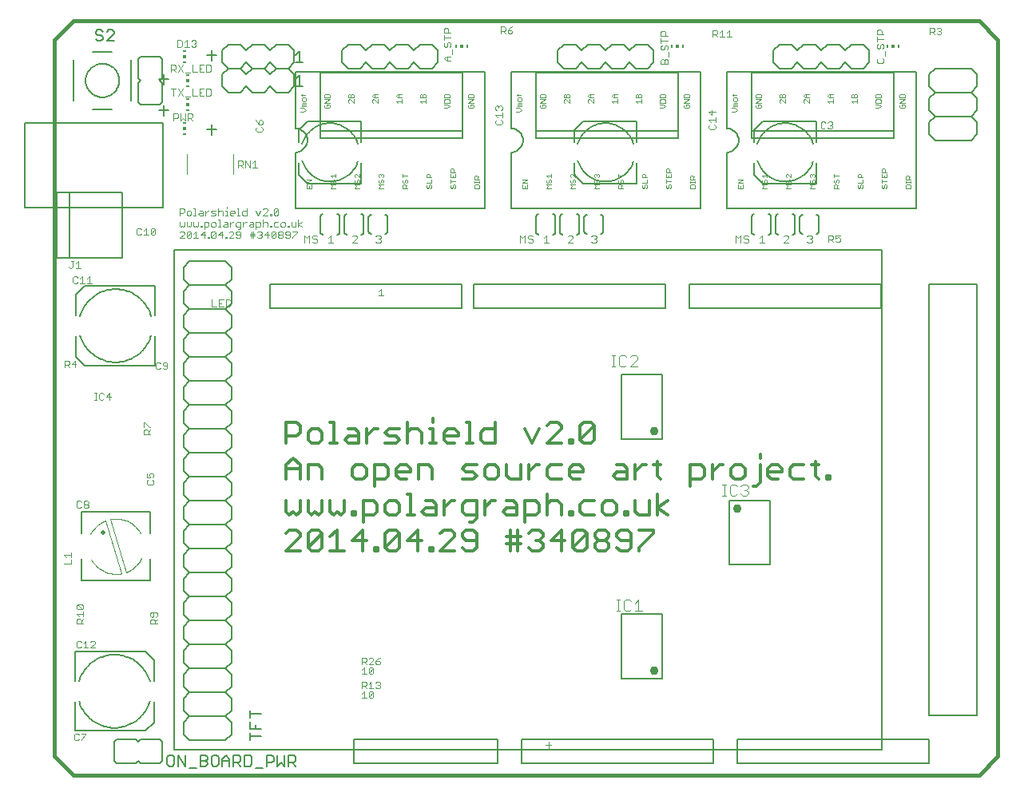
<source format=gto>
G75*
%MOIN*%
%OFA0B0*%
%FSLAX24Y24*%
%IPPOS*%
%LPD*%
%AMOC8*
5,1,8,0,0,1.08239X$1,22.5*
%
%ADD10C,0.0160*%
%ADD11C,0.0030*%
%ADD12C,0.0060*%
%ADD13C,0.0040*%
%ADD14C,0.0120*%
%ADD15C,0.0050*%
%ADD16R,0.0118X0.0059*%
%ADD17R,0.0118X0.0118*%
%ADD18C,0.0080*%
%ADD19C,0.0020*%
%ADD20R,0.0059X0.0118*%
%ADD21C,0.0197*%
%ADD22C,0.0362*%
D10*
X002145Y001680D02*
X039940Y001680D01*
X040727Y002467D01*
X040727Y032389D01*
X039940Y033176D01*
X002145Y033176D01*
X001357Y032389D01*
X001357Y002467D01*
X002145Y001680D01*
D11*
X002225Y003131D02*
X002322Y003131D01*
X002370Y003179D01*
X002471Y003179D02*
X002471Y003131D01*
X002471Y003179D02*
X002665Y003372D01*
X002665Y003421D01*
X002471Y003421D01*
X002370Y003372D02*
X002322Y003421D01*
X002225Y003421D01*
X002177Y003372D01*
X002177Y003179D01*
X002225Y003131D01*
X002321Y006995D02*
X002417Y006995D01*
X002466Y007043D01*
X002567Y006995D02*
X002760Y006995D01*
X002664Y006995D02*
X002664Y007285D01*
X002567Y007188D01*
X002466Y007237D02*
X002417Y007285D01*
X002321Y007285D01*
X002272Y007237D01*
X002272Y007043D01*
X002321Y006995D01*
X002862Y006995D02*
X003055Y007188D01*
X003055Y007237D01*
X003007Y007285D01*
X002910Y007285D01*
X002862Y007237D01*
X002862Y006995D02*
X003055Y006995D01*
X002562Y008011D02*
X002272Y008011D01*
X002272Y008156D01*
X002320Y008205D01*
X002417Y008205D01*
X002466Y008156D01*
X002466Y008011D01*
X002466Y008108D02*
X002562Y008205D01*
X002562Y008306D02*
X002562Y008499D01*
X002562Y008402D02*
X002272Y008402D01*
X002369Y008306D01*
X002320Y008600D02*
X002272Y008649D01*
X002272Y008745D01*
X002320Y008794D01*
X002514Y008600D01*
X002562Y008649D01*
X002562Y008745D01*
X002514Y008794D01*
X002320Y008794D01*
X002320Y008600D02*
X002514Y008600D01*
X002042Y010495D02*
X002042Y010688D01*
X002042Y010790D02*
X002042Y010983D01*
X002042Y010886D02*
X001752Y010886D01*
X001849Y010790D01*
X001752Y010495D02*
X002042Y010495D01*
X002327Y012839D02*
X002424Y012839D01*
X002472Y012888D01*
X002573Y012888D02*
X002573Y012936D01*
X002622Y012985D01*
X002718Y012985D01*
X002767Y012936D01*
X002767Y012888D01*
X002718Y012839D01*
X002622Y012839D01*
X002573Y012888D01*
X002622Y012985D02*
X002573Y013033D01*
X002573Y013081D01*
X002622Y013130D01*
X002718Y013130D01*
X002767Y013081D01*
X002767Y013033D01*
X002718Y012985D01*
X002472Y013081D02*
X002424Y013130D01*
X002327Y013130D01*
X002279Y013081D01*
X002279Y012888D01*
X002327Y012839D01*
X005208Y013850D02*
X005256Y013801D01*
X005449Y013801D01*
X005498Y013850D01*
X005498Y013946D01*
X005449Y013995D01*
X005449Y014096D02*
X005498Y014144D01*
X005498Y014241D01*
X005449Y014289D01*
X005353Y014289D01*
X005304Y014241D01*
X005304Y014193D01*
X005353Y014096D01*
X005208Y014096D01*
X005208Y014289D01*
X005256Y013995D02*
X005208Y013946D01*
X005208Y013850D01*
X005266Y015906D02*
X005266Y016051D01*
X005217Y016099D01*
X005120Y016099D01*
X005072Y016051D01*
X005072Y015906D01*
X005362Y015906D01*
X005266Y016002D02*
X005362Y016099D01*
X005362Y016200D02*
X005314Y016200D01*
X005120Y016394D01*
X005072Y016394D01*
X005072Y016200D01*
X003658Y017345D02*
X003658Y017635D01*
X003513Y017490D01*
X003707Y017490D01*
X003412Y017393D02*
X003364Y017345D01*
X003267Y017345D01*
X003219Y017393D01*
X003219Y017587D01*
X003267Y017635D01*
X003364Y017635D01*
X003412Y017587D01*
X003119Y017635D02*
X003022Y017635D01*
X003071Y017635D02*
X003071Y017345D01*
X003119Y017345D02*
X003022Y017345D01*
X002212Y018695D02*
X002212Y018985D01*
X002067Y018840D01*
X002260Y018840D01*
X001966Y018840D02*
X001966Y018937D01*
X001917Y018985D01*
X001772Y018985D01*
X001772Y018695D01*
X001772Y018792D02*
X001917Y018792D01*
X001966Y018840D01*
X001869Y018792D02*
X001966Y018695D01*
X005577Y018679D02*
X005625Y018631D01*
X005722Y018631D01*
X005770Y018679D01*
X005871Y018679D02*
X005920Y018631D01*
X006016Y018631D01*
X006065Y018679D01*
X006065Y018872D01*
X006016Y018921D01*
X005920Y018921D01*
X005871Y018872D01*
X005871Y018824D01*
X005920Y018776D01*
X006065Y018776D01*
X005770Y018872D02*
X005722Y018921D01*
X005625Y018921D01*
X005577Y018872D01*
X005577Y018679D01*
X007922Y021245D02*
X008116Y021245D01*
X008217Y021245D02*
X008410Y021245D01*
X008512Y021245D02*
X008657Y021245D01*
X008705Y021293D01*
X008705Y021487D01*
X008657Y021535D01*
X008512Y021535D01*
X008512Y021245D01*
X008314Y021390D02*
X008217Y021390D01*
X008217Y021535D02*
X008217Y021245D01*
X008217Y021535D02*
X008410Y021535D01*
X007922Y021535D02*
X007922Y021245D01*
X007947Y024095D02*
X007898Y024143D01*
X008092Y024337D01*
X008092Y024143D01*
X008043Y024095D01*
X007947Y024095D01*
X007898Y024143D02*
X007898Y024337D01*
X007947Y024385D01*
X008043Y024385D01*
X008092Y024337D01*
X008193Y024240D02*
X008386Y024240D01*
X008488Y024143D02*
X008536Y024143D01*
X008536Y024095D01*
X008488Y024095D01*
X008488Y024143D01*
X008635Y024095D02*
X008828Y024288D01*
X008828Y024337D01*
X008780Y024385D01*
X008683Y024385D01*
X008635Y024337D01*
X008635Y024095D02*
X008828Y024095D01*
X008929Y024143D02*
X008978Y024095D01*
X009075Y024095D01*
X009123Y024143D01*
X009123Y024337D01*
X009075Y024385D01*
X008978Y024385D01*
X008929Y024337D01*
X008929Y024288D01*
X008978Y024240D01*
X009123Y024240D01*
X009075Y024478D02*
X009123Y024527D01*
X009123Y024768D01*
X008978Y024768D01*
X008929Y024720D01*
X008929Y024623D01*
X008978Y024575D01*
X009123Y024575D01*
X009224Y024575D02*
X009224Y024768D01*
X009224Y024672D02*
X009321Y024768D01*
X009369Y024768D01*
X009518Y024768D02*
X009615Y024768D01*
X009663Y024720D01*
X009663Y024575D01*
X009518Y024575D01*
X009470Y024623D01*
X009518Y024672D01*
X009663Y024672D01*
X009764Y024768D02*
X009764Y024478D01*
X009764Y024575D02*
X009909Y024575D01*
X009958Y024623D01*
X009958Y024720D01*
X009909Y024768D01*
X009764Y024768D01*
X010059Y024720D02*
X010107Y024768D01*
X010204Y024768D01*
X010252Y024720D01*
X010252Y024575D01*
X010354Y024575D02*
X010402Y024575D01*
X010402Y024623D01*
X010354Y024623D01*
X010354Y024575D01*
X010501Y024623D02*
X010549Y024575D01*
X010694Y024575D01*
X010796Y024623D02*
X010844Y024575D01*
X010941Y024575D01*
X010989Y024623D01*
X010989Y024720D01*
X010941Y024768D01*
X010844Y024768D01*
X010796Y024720D01*
X010796Y024623D01*
X010694Y024768D02*
X010549Y024768D01*
X010501Y024720D01*
X010501Y024623D01*
X010548Y024385D02*
X010596Y024337D01*
X010403Y024143D01*
X010451Y024095D01*
X010548Y024095D01*
X010596Y024143D01*
X010596Y024337D01*
X010548Y024385D02*
X010451Y024385D01*
X010403Y024337D01*
X010403Y024143D01*
X010302Y024240D02*
X010108Y024240D01*
X010253Y024385D01*
X010253Y024095D01*
X010007Y024143D02*
X009959Y024095D01*
X009862Y024095D01*
X009813Y024143D01*
X009712Y024192D02*
X009519Y024192D01*
X009519Y024288D02*
X009664Y024288D01*
X009712Y024288D01*
X009664Y024385D02*
X009664Y024095D01*
X009567Y024095D02*
X009567Y024385D01*
X009813Y024337D02*
X009862Y024385D01*
X009959Y024385D01*
X010007Y024337D01*
X010007Y024288D01*
X009959Y024240D01*
X010007Y024192D01*
X010007Y024143D01*
X009959Y024240D02*
X009910Y024240D01*
X010059Y024575D02*
X010059Y024865D01*
X010059Y025055D02*
X010252Y025248D01*
X010252Y025297D01*
X010204Y025345D01*
X010107Y025345D01*
X010059Y025297D01*
X009958Y025248D02*
X009861Y025055D01*
X009764Y025248D01*
X010059Y025055D02*
X010252Y025055D01*
X010354Y025055D02*
X010402Y025055D01*
X010402Y025103D01*
X010354Y025103D01*
X010354Y025055D01*
X010501Y025103D02*
X010694Y025297D01*
X010694Y025103D01*
X010646Y025055D01*
X010549Y025055D01*
X010501Y025103D01*
X010501Y025297D01*
X010549Y025345D01*
X010646Y025345D01*
X010694Y025297D01*
X011238Y024768D02*
X011238Y024623D01*
X011286Y024575D01*
X011431Y024575D01*
X011431Y024768D01*
X011532Y024672D02*
X011677Y024768D01*
X011532Y024672D02*
X011677Y024575D01*
X011532Y024575D02*
X011532Y024865D01*
X011139Y024623D02*
X011139Y024575D01*
X011090Y024575D01*
X011090Y024623D01*
X011139Y024623D01*
X011137Y024385D02*
X011040Y024385D01*
X010992Y024337D01*
X010992Y024288D01*
X011040Y024240D01*
X011186Y024240D01*
X011186Y024143D02*
X011186Y024337D01*
X011137Y024385D01*
X011287Y024385D02*
X011480Y024385D01*
X011480Y024337D01*
X011287Y024143D01*
X011287Y024095D01*
X011186Y024143D02*
X011137Y024095D01*
X011040Y024095D01*
X010992Y024143D01*
X010891Y024143D02*
X010843Y024095D01*
X010746Y024095D01*
X010697Y024143D01*
X010697Y024192D01*
X010746Y024240D01*
X010843Y024240D01*
X010891Y024192D01*
X010891Y024143D01*
X010843Y024240D02*
X010891Y024288D01*
X010891Y024337D01*
X010843Y024385D01*
X010746Y024385D01*
X010697Y024337D01*
X010697Y024288D01*
X010746Y024240D01*
X009369Y025055D02*
X009369Y025345D01*
X009369Y025248D02*
X009223Y025248D01*
X009175Y025200D01*
X009175Y025103D01*
X009223Y025055D01*
X009369Y025055D01*
X009075Y025055D02*
X008979Y025055D01*
X009027Y025055D02*
X009027Y025345D01*
X008979Y025345D01*
X008877Y025200D02*
X008877Y025152D01*
X008684Y025152D01*
X008684Y025200D02*
X008732Y025248D01*
X008829Y025248D01*
X008877Y025200D01*
X008829Y025055D02*
X008732Y025055D01*
X008684Y025103D01*
X008684Y025200D01*
X008536Y025248D02*
X008536Y025055D01*
X008488Y025055D02*
X008584Y025055D01*
X008386Y025055D02*
X008386Y025200D01*
X008338Y025248D01*
X008241Y025248D01*
X008193Y025200D01*
X008092Y025248D02*
X007947Y025248D01*
X007898Y025200D01*
X007947Y025152D01*
X008043Y025152D01*
X008092Y025103D01*
X008043Y025055D01*
X007898Y025055D01*
X007798Y025248D02*
X007749Y025248D01*
X007653Y025152D01*
X007653Y025248D02*
X007653Y025055D01*
X007552Y025055D02*
X007406Y025055D01*
X007358Y025103D01*
X007406Y025152D01*
X007552Y025152D01*
X007552Y025200D02*
X007552Y025055D01*
X007552Y025200D02*
X007503Y025248D01*
X007406Y025248D01*
X007210Y025345D02*
X007210Y025055D01*
X007162Y025055D02*
X007258Y025055D01*
X007060Y025103D02*
X007060Y025200D01*
X007012Y025248D01*
X006915Y025248D01*
X006867Y025200D01*
X006867Y025103D01*
X006915Y025055D01*
X007012Y025055D01*
X007060Y025103D01*
X007162Y025345D02*
X007210Y025345D01*
X006766Y025297D02*
X006766Y025200D01*
X006717Y025152D01*
X006572Y025152D01*
X006572Y025055D02*
X006572Y025345D01*
X006717Y025345D01*
X006766Y025297D01*
X006766Y024768D02*
X006766Y024623D01*
X006717Y024575D01*
X006669Y024623D01*
X006621Y024575D01*
X006572Y024623D01*
X006572Y024768D01*
X006867Y024768D02*
X006867Y024623D01*
X006915Y024575D01*
X006964Y024623D01*
X007012Y024575D01*
X007060Y024623D01*
X007060Y024768D01*
X007162Y024768D02*
X007162Y024623D01*
X007210Y024575D01*
X007258Y024623D01*
X007307Y024575D01*
X007355Y024623D01*
X007355Y024768D01*
X007456Y024623D02*
X007505Y024623D01*
X007505Y024575D01*
X007456Y024575D01*
X007456Y024623D01*
X007604Y024575D02*
X007749Y024575D01*
X007797Y024623D01*
X007797Y024720D01*
X007749Y024768D01*
X007604Y024768D01*
X007604Y024478D01*
X007601Y024385D02*
X007456Y024240D01*
X007650Y024240D01*
X007751Y024143D02*
X007799Y024143D01*
X007799Y024095D01*
X007751Y024095D01*
X007751Y024143D01*
X007601Y024095D02*
X007601Y024385D01*
X007258Y024385D02*
X007258Y024095D01*
X007162Y024095D02*
X007355Y024095D01*
X007162Y024288D02*
X007258Y024385D01*
X007060Y024337D02*
X006867Y024143D01*
X006915Y024095D01*
X007012Y024095D01*
X007060Y024143D01*
X007060Y024337D01*
X007012Y024385D01*
X006915Y024385D01*
X006867Y024337D01*
X006867Y024143D01*
X006766Y024095D02*
X006572Y024095D01*
X006766Y024288D01*
X006766Y024337D01*
X006717Y024385D01*
X006621Y024385D01*
X006572Y024337D01*
X005565Y024279D02*
X005516Y024231D01*
X005420Y024231D01*
X005371Y024279D01*
X005565Y024472D01*
X005565Y024279D01*
X005565Y024472D02*
X005516Y024521D01*
X005420Y024521D01*
X005371Y024472D01*
X005371Y024279D01*
X005270Y024231D02*
X005077Y024231D01*
X005173Y024231D02*
X005173Y024521D01*
X005077Y024424D01*
X004976Y024472D02*
X004927Y024521D01*
X004830Y024521D01*
X004782Y024472D01*
X004782Y024279D01*
X004830Y024231D01*
X004927Y024231D01*
X004976Y024279D01*
X002818Y022505D02*
X002818Y022215D01*
X002721Y022215D02*
X002915Y022215D01*
X002721Y022408D02*
X002818Y022505D01*
X002524Y022505D02*
X002524Y022215D01*
X002620Y022215D02*
X002427Y022215D01*
X002326Y022263D02*
X002277Y022215D01*
X002180Y022215D01*
X002132Y022263D01*
X002132Y022457D01*
X002180Y022505D01*
X002277Y022505D01*
X002326Y022457D01*
X002427Y022408D02*
X002524Y022505D01*
X002452Y022844D02*
X002259Y022844D01*
X002355Y022844D02*
X002355Y023134D01*
X002259Y023037D01*
X002158Y023134D02*
X002061Y023134D01*
X002109Y023134D02*
X002109Y022892D01*
X002061Y022844D01*
X002012Y022844D01*
X001964Y022892D01*
X007898Y024623D02*
X007947Y024575D01*
X008043Y024575D01*
X008092Y024623D01*
X008092Y024720D01*
X008043Y024768D01*
X007947Y024768D01*
X007898Y024720D01*
X007898Y024623D01*
X008193Y024575D02*
X008290Y024575D01*
X008241Y024575D02*
X008241Y024865D01*
X008193Y024865D01*
X008193Y025055D02*
X008193Y025345D01*
X008488Y025248D02*
X008536Y025248D01*
X008536Y025345D02*
X008536Y025394D01*
X008534Y024768D02*
X008583Y024720D01*
X008583Y024575D01*
X008438Y024575D01*
X008389Y024623D01*
X008438Y024672D01*
X008583Y024672D01*
X008684Y024672D02*
X008781Y024768D01*
X008829Y024768D01*
X008684Y024768D02*
X008684Y024575D01*
X008534Y024768D02*
X008438Y024768D01*
X009026Y024478D02*
X009075Y024478D01*
X008338Y024385D02*
X008193Y024240D01*
X008338Y024095D02*
X008338Y024385D01*
X009022Y027045D02*
X009022Y027335D01*
X009167Y027335D01*
X009216Y027287D01*
X009216Y027190D01*
X009167Y027142D01*
X009022Y027142D01*
X009119Y027142D02*
X009216Y027045D01*
X009317Y027045D02*
X009317Y027335D01*
X009510Y027045D01*
X009510Y027335D01*
X009612Y027238D02*
X009708Y027335D01*
X009708Y027045D01*
X009612Y027045D02*
X009805Y027045D01*
X009800Y028545D02*
X009994Y028545D01*
X010042Y028593D01*
X010042Y028690D01*
X009994Y028738D01*
X009994Y028840D02*
X010042Y028888D01*
X010042Y028985D01*
X009994Y029033D01*
X009946Y029033D01*
X009897Y028985D01*
X009897Y028840D01*
X009994Y028840D01*
X009897Y028840D02*
X009800Y028936D01*
X009752Y029033D01*
X009800Y028738D02*
X009752Y028690D01*
X009752Y028593D01*
X009800Y028545D01*
X007889Y030093D02*
X007889Y030287D01*
X007841Y030335D01*
X007696Y030335D01*
X007696Y030045D01*
X007841Y030045D01*
X007889Y030093D01*
X007594Y030045D02*
X007401Y030045D01*
X007401Y030335D01*
X007594Y030335D01*
X007498Y030190D02*
X007401Y030190D01*
X007300Y030045D02*
X007106Y030045D01*
X007106Y030335D01*
X007005Y029997D02*
X006812Y029997D01*
X006710Y030045D02*
X006517Y030335D01*
X006416Y030335D02*
X006222Y030335D01*
X006319Y030335D02*
X006319Y030045D01*
X006517Y030045D02*
X006710Y030335D01*
X006812Y030997D02*
X007005Y030997D01*
X007106Y031045D02*
X007106Y031335D01*
X007106Y031045D02*
X007300Y031045D01*
X007401Y031045D02*
X007594Y031045D01*
X007696Y031045D02*
X007841Y031045D01*
X007889Y031093D01*
X007889Y031287D01*
X007841Y031335D01*
X007696Y031335D01*
X007696Y031045D01*
X007498Y031190D02*
X007401Y031190D01*
X007401Y031335D02*
X007401Y031045D01*
X007401Y031335D02*
X007594Y031335D01*
X006710Y031335D02*
X006517Y031045D01*
X006416Y031045D02*
X006319Y031142D01*
X006367Y031142D02*
X006222Y031142D01*
X006222Y031045D02*
X006222Y031335D01*
X006367Y031335D01*
X006416Y031287D01*
X006416Y031190D01*
X006367Y031142D01*
X006517Y031335D02*
X006710Y031045D01*
X006623Y029307D02*
X006623Y029017D01*
X006720Y029114D01*
X006817Y029017D01*
X006817Y029307D01*
X006918Y029307D02*
X007063Y029307D01*
X007111Y029259D01*
X007111Y029162D01*
X007063Y029114D01*
X006918Y029114D01*
X007015Y029114D02*
X007111Y029017D01*
X006918Y029017D02*
X006918Y029307D01*
X006522Y029259D02*
X006522Y029162D01*
X006474Y029114D01*
X006329Y029114D01*
X006329Y029017D02*
X006329Y029307D01*
X006474Y029307D01*
X006522Y029259D01*
X014872Y021888D02*
X014969Y021985D01*
X014969Y021695D01*
X014872Y021695D02*
X015066Y021695D01*
X019800Y028845D02*
X019994Y028845D01*
X020042Y028893D01*
X020042Y028990D01*
X019994Y029038D01*
X020042Y029140D02*
X020042Y029333D01*
X020042Y029236D02*
X019752Y029236D01*
X019849Y029140D01*
X019800Y029038D02*
X019752Y028990D01*
X019752Y028893D01*
X019800Y028845D01*
X019800Y029434D02*
X019752Y029483D01*
X019752Y029579D01*
X019800Y029628D01*
X019849Y029628D01*
X019897Y029579D01*
X019946Y029628D01*
X019994Y029628D01*
X020042Y029579D01*
X020042Y029483D01*
X019994Y029434D01*
X019897Y029531D02*
X019897Y029579D01*
X017892Y031495D02*
X017699Y031495D01*
X017602Y031592D01*
X017699Y031688D01*
X017892Y031688D01*
X017941Y031790D02*
X017941Y031983D01*
X017844Y032084D02*
X017892Y032133D01*
X017892Y032229D01*
X017844Y032278D01*
X017796Y032278D01*
X017747Y032229D01*
X017747Y032133D01*
X017699Y032084D01*
X017650Y032084D01*
X017602Y032133D01*
X017602Y032229D01*
X017650Y032278D01*
X017602Y032379D02*
X017602Y032572D01*
X017602Y032476D02*
X017892Y032476D01*
X017892Y032674D02*
X017602Y032674D01*
X017602Y032819D01*
X017650Y032867D01*
X017747Y032867D01*
X017796Y032819D01*
X017796Y032674D01*
X017747Y031688D02*
X017747Y031495D01*
X019972Y032645D02*
X019972Y032935D01*
X020117Y032935D01*
X020166Y032887D01*
X020166Y032790D01*
X020117Y032742D01*
X019972Y032742D01*
X020069Y032742D02*
X020166Y032645D01*
X020267Y032693D02*
X020315Y032645D01*
X020412Y032645D01*
X020460Y032693D01*
X020460Y032742D01*
X020412Y032790D01*
X020267Y032790D01*
X020267Y032693D01*
X020267Y032790D02*
X020364Y032887D01*
X020460Y032935D01*
X026659Y032695D02*
X026659Y032550D01*
X026950Y032550D01*
X026853Y032550D02*
X026853Y032695D01*
X026805Y032744D01*
X026708Y032744D01*
X026659Y032695D01*
X026659Y032449D02*
X026659Y032256D01*
X026659Y032352D02*
X026950Y032352D01*
X026901Y032155D02*
X026950Y032106D01*
X026950Y032009D01*
X026901Y031961D01*
X026805Y032009D02*
X026805Y032106D01*
X026853Y032155D01*
X026901Y032155D01*
X026805Y032009D02*
X026756Y031961D01*
X026708Y031961D01*
X026659Y032009D01*
X026659Y032106D01*
X026708Y032155D01*
X026998Y031860D02*
X026998Y031666D01*
X026901Y031565D02*
X026950Y031517D01*
X026950Y031372D01*
X026659Y031372D01*
X026659Y031517D01*
X026708Y031565D01*
X026756Y031565D01*
X026805Y031517D01*
X026805Y031372D01*
X026805Y031517D02*
X026853Y031565D01*
X026901Y031565D01*
X028822Y032495D02*
X028822Y032785D01*
X028967Y032785D01*
X029016Y032737D01*
X029016Y032640D01*
X028967Y032592D01*
X028822Y032592D01*
X028919Y032592D02*
X029016Y032495D01*
X029117Y032495D02*
X029310Y032495D01*
X029214Y032495D02*
X029214Y032785D01*
X029117Y032688D01*
X029412Y032688D02*
X029508Y032785D01*
X029508Y032495D01*
X029412Y032495D02*
X029605Y032495D01*
X028797Y029428D02*
X028797Y029234D01*
X028652Y029379D01*
X028942Y029379D01*
X028942Y029133D02*
X028942Y028940D01*
X028942Y029036D02*
X028652Y029036D01*
X028749Y028940D01*
X028700Y028838D02*
X028652Y028790D01*
X028652Y028693D01*
X028700Y028645D01*
X028894Y028645D01*
X028942Y028693D01*
X028942Y028790D01*
X028894Y028838D01*
X033338Y028916D02*
X033338Y028723D01*
X033386Y028674D01*
X033483Y028674D01*
X033531Y028723D01*
X033632Y028723D02*
X033681Y028674D01*
X033777Y028674D01*
X033826Y028723D01*
X033826Y028771D01*
X033777Y028819D01*
X033729Y028819D01*
X033777Y028819D02*
X033826Y028868D01*
X033826Y028916D01*
X033777Y028964D01*
X033681Y028964D01*
X033632Y028916D01*
X033531Y028916D02*
X033483Y028964D01*
X033386Y028964D01*
X033338Y028916D01*
X035720Y031422D02*
X035672Y031470D01*
X035672Y031567D01*
X035720Y031615D01*
X035720Y031422D02*
X035914Y031422D01*
X035962Y031470D01*
X035962Y031567D01*
X035914Y031615D01*
X036011Y031716D02*
X036011Y031910D01*
X035914Y032011D02*
X035962Y032059D01*
X035962Y032156D01*
X035914Y032205D01*
X035866Y032205D01*
X035817Y032156D01*
X035817Y032059D01*
X035769Y032011D01*
X035720Y032011D01*
X035672Y032059D01*
X035672Y032156D01*
X035720Y032205D01*
X035672Y032306D02*
X035672Y032499D01*
X035672Y032402D02*
X035962Y032402D01*
X035962Y032600D02*
X035672Y032600D01*
X035672Y032745D01*
X035720Y032794D01*
X035817Y032794D01*
X035866Y032745D01*
X035866Y032600D01*
X037872Y032595D02*
X037872Y032885D01*
X038017Y032885D01*
X038066Y032837D01*
X038066Y032740D01*
X038017Y032692D01*
X037872Y032692D01*
X037969Y032692D02*
X038066Y032595D01*
X038167Y032643D02*
X038215Y032595D01*
X038312Y032595D01*
X038360Y032643D01*
X038360Y032692D01*
X038312Y032740D01*
X038264Y032740D01*
X038312Y032740D02*
X038360Y032788D01*
X038360Y032837D01*
X038312Y032885D01*
X038215Y032885D01*
X038167Y032837D01*
X034134Y024223D02*
X033940Y024223D01*
X033940Y024078D01*
X034037Y024126D01*
X034085Y024126D01*
X034134Y024078D01*
X034134Y023981D01*
X034085Y023933D01*
X033988Y023933D01*
X033940Y023981D01*
X033839Y023933D02*
X033742Y024029D01*
X033791Y024029D02*
X033645Y024029D01*
X033645Y023933D02*
X033645Y024223D01*
X033791Y024223D01*
X033839Y024174D01*
X033839Y024078D01*
X033791Y024029D01*
X014955Y006585D02*
X014858Y006537D01*
X014762Y006440D01*
X014907Y006440D01*
X014955Y006392D01*
X014955Y006343D01*
X014907Y006295D01*
X014810Y006295D01*
X014762Y006343D01*
X014762Y006440D01*
X014660Y006488D02*
X014660Y006537D01*
X014612Y006585D01*
X014515Y006585D01*
X014467Y006537D01*
X014366Y006537D02*
X014366Y006440D01*
X014317Y006392D01*
X014172Y006392D01*
X014172Y006295D02*
X014172Y006585D01*
X014317Y006585D01*
X014366Y006537D01*
X014269Y006392D02*
X014366Y006295D01*
X014467Y006295D02*
X014660Y006488D01*
X014660Y006295D02*
X014467Y006295D01*
X014515Y006185D02*
X014612Y006185D01*
X014660Y006137D01*
X014467Y005943D01*
X014515Y005895D01*
X014612Y005895D01*
X014660Y005943D01*
X014660Y006137D01*
X014515Y006185D02*
X014467Y006137D01*
X014467Y005943D01*
X014366Y005895D02*
X014172Y005895D01*
X014269Y005895D02*
X014269Y006185D01*
X014172Y006088D01*
X014172Y005585D02*
X014317Y005585D01*
X014366Y005537D01*
X014366Y005440D01*
X014317Y005392D01*
X014172Y005392D01*
X014172Y005295D02*
X014172Y005585D01*
X014269Y005392D02*
X014366Y005295D01*
X014467Y005295D02*
X014660Y005295D01*
X014564Y005295D02*
X014564Y005585D01*
X014467Y005488D01*
X014762Y005537D02*
X014810Y005585D01*
X014907Y005585D01*
X014955Y005537D01*
X014955Y005488D01*
X014907Y005440D01*
X014955Y005392D01*
X014955Y005343D01*
X014907Y005295D01*
X014810Y005295D01*
X014762Y005343D01*
X014858Y005440D02*
X014907Y005440D01*
X014612Y005185D02*
X014660Y005137D01*
X014467Y004943D01*
X014515Y004895D01*
X014612Y004895D01*
X014660Y004943D01*
X014660Y005137D01*
X014612Y005185D02*
X014515Y005185D01*
X014467Y005137D01*
X014467Y004943D01*
X014366Y004895D02*
X014172Y004895D01*
X014269Y004895D02*
X014269Y005185D01*
X014172Y005088D01*
X021846Y002943D02*
X022093Y002943D01*
X021970Y002820D02*
X021970Y003067D01*
X005642Y007995D02*
X005352Y007995D01*
X005352Y008140D01*
X005400Y008188D01*
X005497Y008188D01*
X005546Y008140D01*
X005546Y007995D01*
X005546Y008092D02*
X005642Y008188D01*
X005594Y008290D02*
X005642Y008338D01*
X005642Y008435D01*
X005594Y008483D01*
X005400Y008483D01*
X005352Y008435D01*
X005352Y008338D01*
X005400Y008290D01*
X005449Y008290D01*
X005497Y008338D01*
X005497Y008483D01*
D12*
X006743Y008387D02*
X006993Y008137D01*
X008493Y008137D01*
X008743Y007887D01*
X008743Y007387D01*
X008493Y007137D01*
X006993Y007137D01*
X006743Y007387D01*
X006743Y007887D01*
X006993Y008137D01*
X006743Y008387D02*
X006743Y008887D01*
X006993Y009137D01*
X008493Y009137D01*
X008743Y008887D01*
X008743Y008387D01*
X008493Y008137D01*
X008493Y009137D02*
X008743Y009387D01*
X008743Y009887D01*
X008493Y010137D01*
X006993Y010137D01*
X006743Y010387D01*
X006743Y010887D01*
X006993Y011137D01*
X008493Y011137D01*
X008743Y010887D01*
X008743Y010387D01*
X008493Y010137D01*
X008493Y011137D02*
X008743Y011387D01*
X008743Y011887D01*
X008493Y012137D01*
X006993Y012137D01*
X006743Y012387D01*
X006743Y012887D01*
X006993Y013137D01*
X008493Y013137D01*
X008743Y012887D01*
X008743Y012387D01*
X008493Y012137D01*
X008493Y013137D02*
X008743Y013387D01*
X008743Y013887D01*
X008493Y014137D01*
X006993Y014137D01*
X006743Y014387D01*
X006743Y014887D01*
X006993Y015137D01*
X008493Y015137D01*
X008743Y014887D01*
X008743Y014387D01*
X008493Y014137D01*
X008493Y015137D02*
X008743Y015387D01*
X008743Y015887D01*
X008493Y016137D01*
X006993Y016137D01*
X006743Y016387D01*
X006743Y016887D01*
X006993Y017137D01*
X008493Y017137D01*
X008743Y016887D01*
X008743Y016387D01*
X008493Y016137D01*
X008493Y017137D02*
X008743Y017387D01*
X008743Y017887D01*
X008493Y018137D01*
X006993Y018137D01*
X006743Y017887D01*
X006743Y017387D01*
X006993Y017137D01*
X006993Y018137D02*
X006743Y018387D01*
X006743Y018887D01*
X006993Y019137D01*
X008493Y019137D01*
X008743Y018887D01*
X008743Y018387D01*
X008493Y018137D01*
X008493Y019137D02*
X008743Y019387D01*
X008743Y019887D01*
X008493Y020137D01*
X006993Y020137D01*
X006743Y019887D01*
X006743Y019387D01*
X006993Y019137D01*
X006993Y020137D02*
X006743Y020387D01*
X006743Y020887D01*
X006993Y021137D01*
X008493Y021137D01*
X008743Y020887D01*
X008743Y020387D01*
X008493Y020137D01*
X008493Y021137D02*
X008743Y021387D01*
X008743Y021887D01*
X008493Y022137D01*
X006993Y022137D01*
X006743Y021887D01*
X006743Y021387D01*
X006993Y021137D01*
X006993Y022137D02*
X006743Y022387D01*
X006743Y022887D01*
X006993Y023137D01*
X008493Y023137D01*
X008743Y022887D01*
X008743Y022387D01*
X008493Y022137D01*
X011407Y025330D02*
X019307Y025330D01*
X019307Y031030D01*
X011407Y031030D01*
X011407Y028680D01*
X011451Y028678D01*
X011494Y028672D01*
X011536Y028663D01*
X011578Y028650D01*
X011618Y028633D01*
X011657Y028613D01*
X011694Y028590D01*
X011728Y028563D01*
X011761Y028534D01*
X011790Y028501D01*
X011817Y028467D01*
X011840Y028430D01*
X011860Y028391D01*
X011877Y028351D01*
X011890Y028309D01*
X011899Y028267D01*
X011905Y028224D01*
X011907Y028180D01*
X011905Y028136D01*
X011899Y028093D01*
X011890Y028051D01*
X011877Y028009D01*
X011860Y027969D01*
X011840Y027930D01*
X011817Y027893D01*
X011790Y027859D01*
X011761Y027826D01*
X011728Y027797D01*
X011694Y027770D01*
X011657Y027747D01*
X011618Y027727D01*
X011578Y027710D01*
X011536Y027697D01*
X011494Y027688D01*
X011451Y027682D01*
X011407Y027680D01*
X011407Y025330D01*
X007914Y028417D02*
X007914Y028844D01*
X008127Y028630D02*
X007700Y028630D01*
X006127Y029430D02*
X005700Y029430D01*
X005757Y029680D02*
X005857Y029780D01*
X005857Y030580D01*
X005757Y030680D01*
X005857Y030780D01*
X005857Y031580D01*
X005757Y031680D01*
X004957Y031680D01*
X004857Y031580D01*
X004857Y030780D01*
X004957Y030680D01*
X004857Y030580D01*
X004857Y029780D01*
X004957Y029680D01*
X005757Y029680D01*
X005914Y029644D02*
X005914Y029217D01*
X005914Y030517D02*
X005914Y030944D01*
X006127Y030730D02*
X005700Y030730D01*
X007700Y031730D02*
X008127Y031730D01*
X007914Y031944D02*
X007914Y031517D01*
X008357Y031430D02*
X008607Y031180D01*
X009107Y031180D01*
X009357Y031430D01*
X009607Y031180D01*
X010107Y031180D01*
X010357Y031430D01*
X010607Y031180D01*
X011107Y031180D01*
X011357Y031430D01*
X011357Y031930D01*
X011107Y032180D01*
X010607Y032180D01*
X010357Y031930D01*
X010107Y032180D01*
X009607Y032180D01*
X009357Y031930D01*
X009107Y032180D01*
X008607Y032180D01*
X008357Y031930D01*
X008357Y031430D01*
X008607Y031180D02*
X009107Y031180D01*
X009357Y030930D01*
X009607Y031180D01*
X010107Y031180D01*
X010357Y030930D01*
X010607Y031180D01*
X011107Y031180D01*
X011357Y030930D01*
X011357Y030430D01*
X011107Y030180D01*
X010607Y030180D01*
X010357Y030430D01*
X010107Y030180D01*
X009607Y030180D01*
X009357Y030430D01*
X009107Y030180D01*
X008607Y030180D01*
X008357Y030430D01*
X008357Y030930D01*
X008607Y031180D01*
X020407Y031030D02*
X020407Y028680D01*
X020451Y028678D01*
X020494Y028672D01*
X020536Y028663D01*
X020578Y028650D01*
X020618Y028633D01*
X020657Y028613D01*
X020694Y028590D01*
X020728Y028563D01*
X020761Y028534D01*
X020790Y028501D01*
X020817Y028467D01*
X020840Y028430D01*
X020860Y028391D01*
X020877Y028351D01*
X020890Y028309D01*
X020899Y028267D01*
X020905Y028224D01*
X020907Y028180D01*
X020905Y028136D01*
X020899Y028093D01*
X020890Y028051D01*
X020877Y028009D01*
X020860Y027969D01*
X020840Y027930D01*
X020817Y027893D01*
X020790Y027859D01*
X020761Y027826D01*
X020728Y027797D01*
X020694Y027770D01*
X020657Y027747D01*
X020618Y027727D01*
X020578Y027710D01*
X020536Y027697D01*
X020494Y027688D01*
X020451Y027682D01*
X020407Y027680D01*
X020407Y025330D01*
X028307Y025330D01*
X028307Y031030D01*
X020407Y031030D01*
X029407Y031030D02*
X029407Y028680D01*
X029451Y028678D01*
X029494Y028672D01*
X029536Y028663D01*
X029578Y028650D01*
X029618Y028633D01*
X029657Y028613D01*
X029694Y028590D01*
X029728Y028563D01*
X029761Y028534D01*
X029790Y028501D01*
X029817Y028467D01*
X029840Y028430D01*
X029860Y028391D01*
X029877Y028351D01*
X029890Y028309D01*
X029899Y028267D01*
X029905Y028224D01*
X029907Y028180D01*
X029905Y028136D01*
X029899Y028093D01*
X029890Y028051D01*
X029877Y028009D01*
X029860Y027969D01*
X029840Y027930D01*
X029817Y027893D01*
X029790Y027859D01*
X029761Y027826D01*
X029728Y027797D01*
X029694Y027770D01*
X029657Y027747D01*
X029618Y027727D01*
X029578Y027710D01*
X029536Y027697D01*
X029494Y027688D01*
X029451Y027682D01*
X029407Y027680D01*
X029407Y025330D01*
X037307Y025330D01*
X037307Y031030D01*
X029407Y031030D01*
X037857Y030930D02*
X037857Y030430D01*
X038107Y030180D01*
X039607Y030180D01*
X039857Y030430D01*
X039857Y030930D01*
X039607Y031180D01*
X038107Y031180D01*
X037857Y030930D01*
X038107Y030180D02*
X037857Y029930D01*
X037857Y029430D01*
X038107Y029180D01*
X039607Y029180D01*
X039857Y029430D01*
X039857Y029930D01*
X039607Y030180D01*
X039607Y029180D02*
X039857Y028930D01*
X039857Y028430D01*
X039607Y028180D01*
X038107Y028180D01*
X037857Y028430D01*
X037857Y028930D01*
X038107Y029180D01*
X008743Y006887D02*
X008743Y006387D01*
X008493Y006137D01*
X006993Y006137D01*
X006743Y006387D01*
X006743Y006887D01*
X006993Y007137D01*
X006993Y006137D02*
X006743Y005887D01*
X006743Y005387D01*
X006993Y005137D01*
X008493Y005137D01*
X008743Y004887D01*
X008743Y004387D01*
X008493Y004137D01*
X008743Y003887D01*
X008743Y003387D01*
X008493Y003137D01*
X006993Y003137D01*
X006743Y003387D01*
X006743Y003887D01*
X006993Y004137D01*
X008493Y004137D01*
X008493Y005137D02*
X008743Y005387D01*
X008743Y005887D01*
X008493Y006137D01*
X008743Y006887D02*
X008493Y007137D01*
X006993Y009137D02*
X006743Y009387D01*
X006743Y009887D01*
X006993Y010137D01*
X006993Y011137D02*
X006743Y011387D01*
X006743Y011887D01*
X006993Y012137D01*
X006993Y013137D02*
X006743Y013387D01*
X006743Y013887D01*
X006993Y014137D01*
X006993Y015137D02*
X006743Y015387D01*
X006743Y015887D01*
X006993Y016137D01*
X006993Y005137D02*
X006743Y004887D01*
X006743Y004387D01*
X006993Y004137D01*
X005857Y003080D02*
X005757Y003180D01*
X004957Y003180D01*
X004857Y003080D01*
X004757Y003180D01*
X003957Y003180D01*
X003857Y003080D01*
X003857Y002280D01*
X003957Y002180D01*
X004757Y002180D01*
X004857Y002280D01*
X004957Y002180D01*
X005757Y002180D01*
X005857Y002280D01*
X005857Y003080D01*
D13*
X004162Y010099D02*
X003473Y012314D01*
X003670Y012363D02*
X004359Y010149D01*
X002863Y011733D02*
X002893Y011792D01*
X002926Y011849D01*
X002963Y011905D01*
X003002Y011958D01*
X003045Y012009D01*
X003090Y012057D01*
X003138Y012103D01*
X003189Y012145D01*
X003242Y012185D01*
X003297Y012222D01*
X003354Y012256D01*
X003413Y012287D01*
X003473Y012314D01*
X004969Y010729D02*
X004939Y010670D01*
X004906Y010613D01*
X004869Y010557D01*
X004830Y010504D01*
X004787Y010453D01*
X004742Y010405D01*
X004694Y010359D01*
X004643Y010317D01*
X004590Y010277D01*
X004535Y010240D01*
X004478Y010206D01*
X004419Y010175D01*
X004359Y010148D01*
X004163Y010099D02*
X004098Y010087D01*
X004034Y010079D01*
X003968Y010074D01*
X003903Y010073D01*
X003838Y010076D01*
X003773Y010082D01*
X003708Y010092D01*
X003644Y010106D01*
X003581Y010123D01*
X003519Y010143D01*
X003458Y010168D01*
X003399Y010195D01*
X003342Y010226D01*
X003286Y010260D01*
X003232Y010297D01*
X003180Y010337D01*
X003131Y010380D01*
X003084Y010426D01*
X003040Y010474D01*
X002999Y010525D01*
X002961Y010578D01*
X002925Y010633D01*
X002893Y010690D01*
X003670Y012363D02*
X003735Y012375D01*
X003799Y012383D01*
X003865Y012388D01*
X003930Y012389D01*
X003995Y012386D01*
X004060Y012380D01*
X004125Y012370D01*
X004189Y012356D01*
X004252Y012339D01*
X004314Y012319D01*
X004375Y012294D01*
X004434Y012267D01*
X004491Y012236D01*
X004547Y012202D01*
X004601Y012165D01*
X004653Y012125D01*
X004702Y012082D01*
X004749Y012036D01*
X004793Y011988D01*
X004834Y011937D01*
X004872Y011884D01*
X004908Y011829D01*
X004940Y011772D01*
X011777Y023900D02*
X011777Y024220D01*
X011884Y024114D01*
X011991Y024220D01*
X011991Y023900D01*
X012109Y023953D02*
X012162Y023900D01*
X012269Y023900D01*
X012322Y023953D01*
X012322Y024007D01*
X012269Y024060D01*
X012162Y024060D01*
X012109Y024114D01*
X012109Y024167D01*
X012162Y024220D01*
X012269Y024220D01*
X012322Y024167D01*
X012772Y024114D02*
X012878Y024220D01*
X012878Y023900D01*
X012772Y023900D02*
X012985Y023900D01*
X013766Y023900D02*
X013980Y024114D01*
X013980Y024167D01*
X013926Y024220D01*
X013820Y024220D01*
X013766Y024167D01*
X013766Y023900D02*
X013980Y023900D01*
X014761Y023953D02*
X014814Y023900D01*
X014921Y023900D01*
X014974Y023953D01*
X014974Y024007D01*
X014921Y024060D01*
X014867Y024060D01*
X014921Y024060D02*
X014974Y024114D01*
X014974Y024167D01*
X014921Y024220D01*
X014814Y024220D01*
X014761Y024167D01*
X008832Y026767D02*
X008832Y027593D01*
X006883Y027593D02*
X006883Y026767D01*
X006875Y032082D02*
X006875Y032363D01*
X006782Y032269D01*
X006674Y032316D02*
X006674Y032129D01*
X006628Y032082D01*
X006487Y032082D01*
X006487Y032363D01*
X006628Y032363D01*
X006674Y032316D01*
X006782Y032082D02*
X006969Y032082D01*
X007077Y032129D02*
X007123Y032082D01*
X007217Y032082D01*
X007264Y032129D01*
X007264Y032176D01*
X007217Y032222D01*
X007170Y032222D01*
X007217Y032222D02*
X007264Y032269D01*
X007264Y032316D01*
X007217Y032363D01*
X007123Y032363D01*
X007077Y032316D01*
X020777Y024220D02*
X020777Y023900D01*
X020991Y023900D02*
X020991Y024220D01*
X020884Y024114D01*
X020777Y024220D01*
X021109Y024167D02*
X021109Y024114D01*
X021162Y024060D01*
X021269Y024060D01*
X021322Y024007D01*
X021322Y023953D01*
X021269Y023900D01*
X021162Y023900D01*
X021109Y023953D01*
X021109Y024167D02*
X021162Y024220D01*
X021269Y024220D01*
X021322Y024167D01*
X021772Y024114D02*
X021878Y024220D01*
X021878Y023900D01*
X021772Y023900D02*
X021985Y023900D01*
X022766Y023900D02*
X022980Y024114D01*
X022980Y024167D01*
X022926Y024220D01*
X022820Y024220D01*
X022766Y024167D01*
X022766Y023900D02*
X022980Y023900D01*
X023761Y023953D02*
X023814Y023900D01*
X023921Y023900D01*
X023974Y023953D01*
X023974Y024007D01*
X023921Y024060D01*
X023867Y024060D01*
X023921Y024060D02*
X023974Y024114D01*
X023974Y024167D01*
X023921Y024220D01*
X023814Y024220D01*
X023761Y024167D01*
X029777Y024220D02*
X029777Y023900D01*
X029991Y023900D02*
X029991Y024220D01*
X029884Y024114D01*
X029777Y024220D01*
X030109Y024167D02*
X030109Y024114D01*
X030162Y024060D01*
X030269Y024060D01*
X030322Y024007D01*
X030322Y023953D01*
X030269Y023900D01*
X030162Y023900D01*
X030109Y023953D01*
X030109Y024167D02*
X030162Y024220D01*
X030269Y024220D01*
X030322Y024167D01*
X030772Y024114D02*
X030878Y024220D01*
X030878Y023900D01*
X030772Y023900D02*
X030985Y023900D01*
X031766Y023900D02*
X031980Y024114D01*
X031980Y024167D01*
X031926Y024220D01*
X031820Y024220D01*
X031766Y024167D01*
X031766Y023900D02*
X031980Y023900D01*
X032761Y023953D02*
X032814Y023900D01*
X032921Y023900D01*
X032974Y023953D01*
X032974Y024007D01*
X032921Y024060D01*
X032867Y024060D01*
X032921Y024060D02*
X032974Y024114D01*
X032974Y024167D01*
X032921Y024220D01*
X032814Y024220D01*
X032761Y024167D01*
X025675Y019132D02*
X025599Y019209D01*
X025445Y019209D01*
X025368Y019132D01*
X025215Y019132D02*
X025138Y019209D01*
X024985Y019209D01*
X024908Y019132D01*
X024908Y018825D01*
X024985Y018748D01*
X025138Y018748D01*
X025215Y018825D01*
X025368Y018748D02*
X025675Y019055D01*
X025675Y019132D01*
X025675Y018748D02*
X025368Y018748D01*
X024755Y018748D02*
X024601Y018748D01*
X024678Y018748D02*
X024678Y019209D01*
X024601Y019209D02*
X024755Y019209D01*
X029226Y013812D02*
X029379Y013812D01*
X029302Y013812D02*
X029302Y013352D01*
X029226Y013352D02*
X029379Y013352D01*
X029533Y013428D02*
X029609Y013352D01*
X029763Y013352D01*
X029840Y013428D01*
X029993Y013428D02*
X030070Y013352D01*
X030223Y013352D01*
X030300Y013428D01*
X030300Y013505D01*
X030223Y013582D01*
X030146Y013582D01*
X030223Y013582D02*
X030300Y013659D01*
X030300Y013735D01*
X030223Y013812D01*
X030070Y013812D01*
X029993Y013735D01*
X029840Y013735D02*
X029763Y013812D01*
X029609Y013812D01*
X029533Y013735D01*
X029533Y013428D01*
X025722Y009009D02*
X025722Y008548D01*
X025875Y008548D02*
X025568Y008548D01*
X025415Y008625D02*
X025338Y008548D01*
X025185Y008548D01*
X025108Y008625D01*
X025108Y008932D01*
X025185Y009009D01*
X025338Y009009D01*
X025415Y008932D01*
X025568Y008855D02*
X025722Y009009D01*
X024955Y009009D02*
X024801Y009009D01*
X024878Y009009D02*
X024878Y008548D01*
X024801Y008548D02*
X024955Y008548D01*
D14*
X024976Y011040D02*
X024829Y011187D01*
X024976Y011040D02*
X025269Y011040D01*
X025416Y011187D01*
X025416Y011774D01*
X025269Y011921D01*
X024976Y011921D01*
X024829Y011774D01*
X024829Y011627D01*
X024976Y011480D01*
X025416Y011480D01*
X025750Y011187D02*
X025750Y011040D01*
X025750Y011187D02*
X026337Y011774D01*
X026337Y011921D01*
X025750Y011921D01*
X025743Y012540D02*
X025596Y012687D01*
X025596Y013127D01*
X025283Y012687D02*
X025283Y012540D01*
X025136Y012540D01*
X025136Y012687D01*
X025283Y012687D01*
X024802Y012687D02*
X024802Y012980D01*
X024656Y013127D01*
X024362Y013127D01*
X024215Y012980D01*
X024215Y012687D01*
X024362Y012540D01*
X024656Y012540D01*
X024802Y012687D01*
X024349Y011921D02*
X024055Y011921D01*
X023908Y011774D01*
X023908Y011627D01*
X024055Y011480D01*
X024349Y011480D01*
X024495Y011334D01*
X024495Y011187D01*
X024349Y011040D01*
X024055Y011040D01*
X023908Y011187D01*
X023908Y011334D01*
X024055Y011480D01*
X024349Y011480D02*
X024495Y011627D01*
X024495Y011774D01*
X024349Y011921D01*
X023882Y012540D02*
X023441Y012540D01*
X023294Y012687D01*
X023294Y012980D01*
X023441Y013127D01*
X023882Y013127D01*
X022981Y012687D02*
X022981Y012540D01*
X022834Y012540D01*
X022834Y012687D01*
X022981Y012687D01*
X022500Y012540D02*
X022500Y012980D01*
X022354Y013127D01*
X022060Y013127D01*
X021913Y012980D01*
X021580Y012980D02*
X021580Y012687D01*
X021433Y012540D01*
X020992Y012540D01*
X020992Y012246D02*
X020992Y013127D01*
X021433Y013127D01*
X021580Y012980D01*
X021913Y012540D02*
X021913Y013421D01*
X022060Y014040D02*
X022500Y014040D01*
X022834Y014187D02*
X022834Y014480D01*
X022981Y014627D01*
X023274Y014627D01*
X023421Y014480D01*
X023421Y014334D01*
X022834Y014334D01*
X022834Y014187D02*
X022981Y014040D01*
X023274Y014040D01*
X022500Y014627D02*
X022060Y014627D01*
X021913Y014480D01*
X021913Y014187D01*
X022060Y014040D01*
X021586Y014627D02*
X021440Y014627D01*
X021146Y014334D01*
X021146Y014627D02*
X021146Y014040D01*
X020812Y014040D02*
X020812Y014627D01*
X020225Y014627D02*
X020225Y014187D01*
X020372Y014040D01*
X020812Y014040D01*
X020512Y013127D02*
X020218Y013127D01*
X020218Y012834D02*
X020659Y012834D01*
X020659Y012980D02*
X020659Y012540D01*
X020218Y012540D01*
X020072Y012687D01*
X020218Y012834D01*
X020512Y013127D02*
X020659Y012980D01*
X019745Y013127D02*
X019598Y013127D01*
X019304Y012834D01*
X019304Y013127D02*
X019304Y012540D01*
X018971Y012540D02*
X018530Y012540D01*
X018384Y012687D01*
X018384Y012980D01*
X018530Y013127D01*
X018971Y013127D01*
X018971Y012393D01*
X018824Y012246D01*
X018677Y012246D01*
X018530Y011921D02*
X018384Y011774D01*
X018384Y011627D01*
X018530Y011480D01*
X018971Y011480D01*
X018971Y011187D02*
X018971Y011774D01*
X018824Y011921D01*
X018530Y011921D01*
X018050Y011774D02*
X018050Y011627D01*
X017463Y011040D01*
X018050Y011040D01*
X018384Y011187D02*
X018530Y011040D01*
X018824Y011040D01*
X018971Y011187D01*
X018050Y011774D02*
X017903Y011921D01*
X017610Y011921D01*
X017463Y011774D01*
X017149Y011187D02*
X017002Y011187D01*
X017002Y011040D01*
X017149Y011040D01*
X017149Y011187D01*
X016669Y011480D02*
X016082Y011480D01*
X016522Y011921D01*
X016522Y011040D01*
X015748Y011187D02*
X015748Y011774D01*
X015161Y011187D01*
X015308Y011040D01*
X015601Y011040D01*
X015748Y011187D01*
X015161Y011187D02*
X015161Y011774D01*
X015308Y011921D01*
X015601Y011921D01*
X015748Y011774D01*
X015601Y012540D02*
X015308Y012540D01*
X015161Y012687D01*
X015161Y012980D01*
X015308Y013127D01*
X015601Y013127D01*
X015748Y012980D01*
X015748Y012687D01*
X015601Y012540D01*
X016082Y012540D02*
X016375Y012540D01*
X016228Y012540D02*
X016228Y013421D01*
X016082Y013421D01*
X016062Y014040D02*
X015768Y014040D01*
X015621Y014187D01*
X015621Y014480D01*
X015768Y014627D01*
X016062Y014627D01*
X016208Y014480D01*
X016208Y014334D01*
X015621Y014334D01*
X015288Y014480D02*
X015288Y014187D01*
X015141Y014040D01*
X014700Y014040D01*
X014700Y013746D02*
X014700Y014627D01*
X015141Y014627D01*
X015288Y014480D01*
X014367Y014480D02*
X014367Y014187D01*
X014220Y014040D01*
X013926Y014040D01*
X013780Y014187D01*
X013780Y014480D01*
X013926Y014627D01*
X014220Y014627D01*
X014367Y014480D01*
X014393Y015540D02*
X014393Y016127D01*
X014393Y015834D02*
X014687Y016127D01*
X014834Y016127D01*
X015161Y015980D02*
X015308Y016127D01*
X015748Y016127D01*
X015601Y015834D02*
X015308Y015834D01*
X015161Y015980D01*
X015161Y015540D02*
X015601Y015540D01*
X015748Y015687D01*
X015601Y015834D01*
X016082Y015980D02*
X016228Y016127D01*
X016522Y016127D01*
X016669Y015980D01*
X016669Y015540D01*
X017002Y015540D02*
X017296Y015540D01*
X017149Y015540D02*
X017149Y016127D01*
X017002Y016127D01*
X017149Y016421D02*
X017149Y016568D01*
X017616Y015980D02*
X017763Y016127D01*
X018057Y016127D01*
X018203Y015980D01*
X018203Y015834D01*
X017616Y015834D01*
X017616Y015980D02*
X017616Y015687D01*
X017763Y015540D01*
X018057Y015540D01*
X018537Y015540D02*
X018831Y015540D01*
X018684Y015540D02*
X018684Y016421D01*
X018537Y016421D01*
X019151Y015980D02*
X019151Y015687D01*
X019298Y015540D01*
X019738Y015540D01*
X019738Y016421D01*
X019738Y016127D02*
X019298Y016127D01*
X019151Y015980D01*
X018971Y014627D02*
X018530Y014627D01*
X018384Y014480D01*
X018530Y014334D01*
X018824Y014334D01*
X018971Y014187D01*
X018824Y014040D01*
X018384Y014040D01*
X019304Y014187D02*
X019304Y014480D01*
X019451Y014627D01*
X019745Y014627D01*
X019892Y014480D01*
X019892Y014187D01*
X019745Y014040D01*
X019451Y014040D01*
X019304Y014187D01*
X018057Y013127D02*
X017910Y013127D01*
X017616Y012834D01*
X017616Y013127D02*
X017616Y012540D01*
X017283Y012540D02*
X017283Y012980D01*
X017136Y013127D01*
X016842Y013127D01*
X016842Y012834D02*
X017283Y012834D01*
X017283Y012540D02*
X016842Y012540D01*
X016695Y012687D01*
X016842Y012834D01*
X017129Y014040D02*
X017129Y014480D01*
X016982Y014627D01*
X016542Y014627D01*
X016542Y014040D01*
X014827Y012980D02*
X014827Y012687D01*
X014680Y012540D01*
X014240Y012540D01*
X014240Y012246D02*
X014240Y013127D01*
X014680Y013127D01*
X014827Y012980D01*
X013926Y012687D02*
X013926Y012540D01*
X013780Y012540D01*
X013780Y012687D01*
X013926Y012687D01*
X013446Y012687D02*
X013446Y013127D01*
X013446Y012687D02*
X013299Y012540D01*
X013152Y012687D01*
X013006Y012540D01*
X012859Y012687D01*
X012859Y013127D01*
X012525Y013127D02*
X012525Y012687D01*
X012378Y012540D01*
X012232Y012687D01*
X012085Y012540D01*
X011938Y012687D01*
X011938Y013127D01*
X011604Y013127D02*
X011604Y012687D01*
X011458Y012540D01*
X011311Y012687D01*
X011164Y012540D01*
X011017Y012687D01*
X011017Y013127D01*
X011017Y014040D02*
X011017Y014627D01*
X011311Y014921D01*
X011604Y014627D01*
X011604Y014040D01*
X011938Y014040D02*
X011938Y014627D01*
X012378Y014627D01*
X012525Y014480D01*
X012525Y014040D01*
X011604Y014480D02*
X011017Y014480D01*
X011017Y015540D02*
X011017Y016421D01*
X011458Y016421D01*
X011604Y016274D01*
X011604Y015980D01*
X011458Y015834D01*
X011017Y015834D01*
X011938Y015980D02*
X011938Y015687D01*
X012085Y015540D01*
X012378Y015540D01*
X012525Y015687D01*
X012525Y015980D01*
X012378Y016127D01*
X012085Y016127D01*
X011938Y015980D01*
X012859Y015540D02*
X013152Y015540D01*
X013006Y015540D02*
X013006Y016421D01*
X012859Y016421D01*
X013620Y016127D02*
X013913Y016127D01*
X014060Y015980D01*
X014060Y015540D01*
X013620Y015540D01*
X013473Y015687D01*
X013620Y015834D01*
X014060Y015834D01*
X016082Y015540D02*
X016082Y016421D01*
X020992Y016127D02*
X021286Y015540D01*
X021580Y016127D01*
X021913Y016274D02*
X022060Y016421D01*
X022354Y016421D01*
X022500Y016274D01*
X022500Y016127D01*
X021913Y015540D01*
X022500Y015540D01*
X022834Y015540D02*
X022981Y015540D01*
X022981Y015687D01*
X022834Y015687D01*
X022834Y015540D01*
X023294Y015687D02*
X023882Y016274D01*
X023882Y015687D01*
X023735Y015540D01*
X023441Y015540D01*
X023294Y015687D01*
X023294Y016274D01*
X023441Y016421D01*
X023735Y016421D01*
X023882Y016274D01*
X024822Y014627D02*
X025116Y014627D01*
X025263Y014480D01*
X025263Y014040D01*
X024822Y014040D01*
X024676Y014187D01*
X024822Y014334D01*
X025263Y014334D01*
X025596Y014334D02*
X025890Y014627D01*
X026037Y014627D01*
X026364Y014627D02*
X026657Y014627D01*
X026511Y014774D02*
X026511Y014187D01*
X026657Y014040D01*
X026517Y013421D02*
X026517Y012540D01*
X026517Y012834D02*
X026958Y013127D01*
X026517Y012834D02*
X026958Y012540D01*
X026184Y012540D02*
X026184Y013127D01*
X026184Y012540D02*
X025743Y012540D01*
X025596Y014040D02*
X025596Y014627D01*
X027898Y014627D02*
X027898Y013746D01*
X027898Y014040D02*
X028339Y014040D01*
X028486Y014187D01*
X028486Y014480D01*
X028339Y014627D01*
X027898Y014627D01*
X028819Y014627D02*
X028819Y014040D01*
X028819Y014334D02*
X029113Y014627D01*
X029260Y014627D01*
X029586Y014480D02*
X029586Y014187D01*
X029733Y014040D01*
X030027Y014040D01*
X030174Y014187D01*
X030174Y014480D01*
X030027Y014627D01*
X029733Y014627D01*
X029586Y014480D01*
X030507Y013746D02*
X030654Y013746D01*
X030801Y013893D01*
X030801Y014627D01*
X030801Y014921D02*
X030801Y015068D01*
X031268Y014627D02*
X031121Y014480D01*
X031121Y014187D01*
X031268Y014040D01*
X031561Y014040D01*
X031708Y014334D02*
X031121Y014334D01*
X031268Y014627D02*
X031561Y014627D01*
X031708Y014480D01*
X031708Y014334D01*
X032042Y014480D02*
X032042Y014187D01*
X032189Y014040D01*
X032629Y014040D01*
X033109Y014187D02*
X033256Y014040D01*
X033109Y014187D02*
X033109Y014774D01*
X032963Y014627D02*
X033256Y014627D01*
X033577Y014187D02*
X033723Y014187D01*
X033723Y014040D01*
X033577Y014040D01*
X033577Y014187D01*
X032629Y014627D02*
X032189Y014627D01*
X032042Y014480D01*
X023575Y011774D02*
X023575Y011187D01*
X023428Y011040D01*
X023134Y011040D01*
X022988Y011187D01*
X023575Y011774D01*
X023428Y011921D01*
X023134Y011921D01*
X022988Y011774D01*
X022988Y011187D01*
X022654Y011480D02*
X022067Y011480D01*
X022507Y011921D01*
X022507Y011040D01*
X021733Y011187D02*
X021586Y011040D01*
X021293Y011040D01*
X021146Y011187D01*
X020812Y011334D02*
X020225Y011334D01*
X020225Y011627D02*
X020666Y011627D01*
X020812Y011627D01*
X020666Y011921D02*
X020666Y011040D01*
X020372Y011040D02*
X020372Y011921D01*
X021146Y011774D02*
X021293Y011921D01*
X021586Y011921D01*
X021733Y011774D01*
X021733Y011627D01*
X021586Y011480D01*
X021733Y011334D01*
X021733Y011187D01*
X021586Y011480D02*
X021440Y011480D01*
X014847Y011187D02*
X014847Y011040D01*
X014700Y011040D01*
X014700Y011187D01*
X014847Y011187D01*
X014367Y011480D02*
X013780Y011480D01*
X014220Y011921D01*
X014220Y011040D01*
X013446Y011040D02*
X012859Y011040D01*
X013152Y011040D02*
X013152Y011921D01*
X012859Y011627D01*
X012525Y011774D02*
X012378Y011921D01*
X012085Y011921D01*
X011938Y011774D01*
X011938Y011187D01*
X012525Y011774D01*
X012525Y011187D01*
X012378Y011040D01*
X012085Y011040D01*
X011938Y011187D01*
X011604Y011040D02*
X011017Y011040D01*
X011604Y011627D01*
X011604Y011774D01*
X011458Y011921D01*
X011164Y011921D01*
X011017Y011774D01*
D15*
X009532Y004377D02*
X009532Y004077D01*
X009532Y004227D02*
X009982Y004227D01*
X009757Y003767D02*
X009757Y003617D01*
X009532Y003617D02*
X009532Y003917D01*
X009532Y003617D02*
X009982Y003617D01*
X009982Y003306D02*
X009532Y003306D01*
X009532Y003156D02*
X009532Y003456D01*
X009506Y002505D02*
X009280Y002505D01*
X009280Y002055D01*
X009506Y002055D01*
X009581Y002130D01*
X009581Y002430D01*
X009506Y002505D01*
X009120Y002430D02*
X009120Y002280D01*
X009045Y002205D01*
X008820Y002205D01*
X008820Y002055D02*
X008820Y002505D01*
X009045Y002505D01*
X009120Y002430D01*
X008970Y002205D02*
X009120Y002055D01*
X008660Y002055D02*
X008660Y002355D01*
X008510Y002505D01*
X008360Y002355D01*
X008360Y002055D01*
X008199Y002130D02*
X008199Y002430D01*
X008124Y002505D01*
X007974Y002505D01*
X007899Y002430D01*
X007899Y002130D01*
X007974Y002055D01*
X008124Y002055D01*
X008199Y002130D01*
X008360Y002280D02*
X008660Y002280D01*
X007739Y002205D02*
X007739Y002130D01*
X007664Y002055D01*
X007439Y002055D01*
X007439Y002505D01*
X007664Y002505D01*
X007739Y002430D01*
X007739Y002355D01*
X007664Y002280D01*
X007439Y002280D01*
X007664Y002280D02*
X007739Y002205D01*
X007279Y001980D02*
X006978Y001980D01*
X006818Y002055D02*
X006818Y002505D01*
X006518Y002505D02*
X006818Y002055D01*
X006518Y002055D02*
X006518Y002505D01*
X006358Y002430D02*
X006283Y002505D01*
X006133Y002505D01*
X006058Y002430D01*
X006058Y002130D01*
X006133Y002055D01*
X006283Y002055D01*
X006358Y002130D01*
X006358Y002430D01*
X006345Y002747D02*
X035873Y002747D01*
X035873Y023613D01*
X006345Y023613D01*
X006345Y002747D01*
X009741Y001980D02*
X010041Y001980D01*
X010201Y002055D02*
X010201Y002505D01*
X010426Y002505D01*
X010501Y002430D01*
X010501Y002280D01*
X010426Y002205D01*
X010201Y002205D01*
X010661Y002055D02*
X010812Y002205D01*
X010962Y002055D01*
X010962Y002505D01*
X011122Y002505D02*
X011347Y002505D01*
X011422Y002430D01*
X011422Y002280D01*
X011347Y002205D01*
X011122Y002205D01*
X011122Y002055D02*
X011122Y002505D01*
X011272Y002205D02*
X011422Y002055D01*
X010661Y002055D02*
X010661Y002505D01*
X013857Y002180D02*
X019857Y002180D01*
X019857Y003180D01*
X013857Y003180D01*
X013857Y002180D01*
X020857Y002180D02*
X028857Y002180D01*
X028857Y003180D01*
X020857Y003180D01*
X020857Y002180D01*
X029857Y002180D02*
X037857Y002180D01*
X037857Y003180D01*
X029857Y003180D01*
X029857Y002180D01*
X037857Y004180D02*
X039857Y004180D01*
X039857Y022180D01*
X037857Y022180D01*
X037857Y004180D01*
X035857Y021180D02*
X027857Y021180D01*
X027857Y022180D01*
X035857Y022180D01*
X035857Y021180D01*
X026857Y021180D02*
X018857Y021180D01*
X018857Y022180D01*
X026857Y022180D01*
X026857Y021180D01*
X018357Y021180D02*
X010357Y021180D01*
X010357Y022180D01*
X018357Y022180D01*
X018357Y021180D01*
X011722Y030455D02*
X011422Y030455D01*
X011572Y030455D02*
X011572Y030905D01*
X011422Y030755D01*
X011422Y031455D02*
X011722Y031455D01*
X011572Y031455D02*
X011572Y031905D01*
X011422Y031755D01*
X005873Y028912D02*
X005873Y025369D01*
X000125Y025369D01*
X000125Y028912D01*
X005873Y028912D01*
X004196Y026019D02*
X004196Y023263D01*
X001991Y023263D01*
X001991Y026019D01*
X001440Y026019D01*
X001440Y023263D01*
X001991Y023263D01*
X001991Y026019D02*
X004196Y026019D01*
X003833Y032348D02*
X003533Y032348D01*
X003833Y032648D01*
X003833Y032723D01*
X003758Y032798D01*
X003608Y032798D01*
X003533Y032723D01*
X003373Y032723D02*
X003298Y032798D01*
X003148Y032798D01*
X003073Y032723D01*
X003073Y032648D01*
X003148Y032573D01*
X003298Y032573D01*
X003373Y032498D01*
X003373Y032423D01*
X003298Y032348D01*
X003148Y032348D01*
X003073Y032423D01*
D16*
X006798Y031916D03*
X006798Y031444D03*
X006916Y030916D03*
X006916Y030444D03*
X006916Y029916D03*
X006916Y029444D03*
X006798Y028916D03*
X006798Y028444D03*
D17*
X006798Y028680D03*
X006916Y029680D03*
X006916Y030680D03*
X006798Y031680D03*
X018357Y032121D03*
X027357Y032121D03*
X036357Y032121D03*
D18*
X035357Y031930D02*
X035357Y031430D01*
X035107Y031180D01*
X034607Y031180D01*
X034357Y031430D01*
X034107Y031180D01*
X033607Y031180D01*
X033357Y031430D01*
X033107Y031180D01*
X032607Y031180D01*
X032357Y031430D01*
X032107Y031180D01*
X031607Y031180D01*
X031357Y031430D01*
X031357Y031930D01*
X031607Y032180D01*
X032107Y032180D01*
X032357Y031930D01*
X032607Y032180D01*
X033107Y032180D01*
X033357Y031930D01*
X033607Y032180D01*
X034107Y032180D01*
X034357Y031930D01*
X034607Y032180D01*
X035107Y032180D01*
X035357Y031930D01*
X036397Y031019D02*
X036397Y028578D01*
X030452Y028578D01*
X030452Y031019D01*
X036397Y031019D01*
X036397Y028578D02*
X036397Y028263D01*
X030452Y028263D01*
X030452Y028578D01*
X030558Y028625D02*
X030912Y028979D01*
X033156Y028979D01*
X033156Y028113D01*
X033156Y027247D02*
X033156Y026381D01*
X030912Y026381D01*
X030558Y026735D01*
X030558Y027247D01*
X030558Y028113D02*
X030558Y028625D01*
X030696Y028054D02*
X030719Y028119D01*
X030745Y028182D01*
X030775Y028243D01*
X030809Y028303D01*
X030845Y028361D01*
X030885Y028417D01*
X030928Y028470D01*
X030974Y028521D01*
X031023Y028569D01*
X031074Y028614D01*
X031128Y028657D01*
X031184Y028696D01*
X031242Y028732D01*
X031303Y028765D01*
X031365Y028794D01*
X031428Y028820D01*
X031493Y028842D01*
X031559Y028861D01*
X031626Y028875D01*
X031693Y028886D01*
X031762Y028893D01*
X031830Y028897D01*
X031899Y028896D01*
X031967Y028892D01*
X032035Y028883D01*
X032102Y028871D01*
X032169Y028856D01*
X032235Y028836D01*
X032299Y028813D01*
X032362Y028786D01*
X032424Y028755D01*
X032483Y028722D01*
X032541Y028685D01*
X032596Y028644D01*
X032649Y028601D01*
X032700Y028555D01*
X032748Y028506D01*
X032793Y028454D01*
X032835Y028400D01*
X032874Y028344D01*
X032910Y028285D01*
X032942Y028225D01*
X032971Y028163D01*
X032997Y028099D01*
X033018Y028034D01*
X033018Y027306D02*
X032995Y027241D01*
X032969Y027178D01*
X032939Y027117D01*
X032905Y027057D01*
X032869Y026999D01*
X032829Y026943D01*
X032786Y026890D01*
X032740Y026839D01*
X032691Y026791D01*
X032640Y026746D01*
X032586Y026703D01*
X032530Y026664D01*
X032472Y026628D01*
X032411Y026595D01*
X032349Y026566D01*
X032286Y026540D01*
X032221Y026518D01*
X032155Y026499D01*
X032088Y026485D01*
X032021Y026474D01*
X031952Y026467D01*
X031884Y026463D01*
X031815Y026464D01*
X031747Y026468D01*
X031679Y026477D01*
X031612Y026489D01*
X031545Y026504D01*
X031479Y026524D01*
X031415Y026547D01*
X031352Y026574D01*
X031290Y026605D01*
X031231Y026638D01*
X031173Y026675D01*
X031118Y026716D01*
X031065Y026759D01*
X031014Y026805D01*
X030966Y026854D01*
X030921Y026906D01*
X030879Y026960D01*
X030840Y027016D01*
X030804Y027075D01*
X030772Y027135D01*
X030743Y027197D01*
X030717Y027261D01*
X030696Y027326D01*
X030557Y025105D02*
X030540Y025103D01*
X030523Y025099D01*
X030507Y025092D01*
X030493Y025082D01*
X030480Y025069D01*
X030470Y025055D01*
X030463Y025039D01*
X030459Y025022D01*
X030457Y025005D01*
X030457Y024355D01*
X030459Y024338D01*
X030463Y024321D01*
X030470Y024305D01*
X030480Y024291D01*
X030493Y024278D01*
X030507Y024268D01*
X030523Y024261D01*
X030540Y024257D01*
X030557Y024255D01*
X031157Y024255D02*
X031174Y024257D01*
X031191Y024261D01*
X031207Y024268D01*
X031221Y024278D01*
X031234Y024291D01*
X031244Y024305D01*
X031251Y024321D01*
X031255Y024338D01*
X031257Y024355D01*
X031257Y025005D01*
X031255Y025022D01*
X031251Y025039D01*
X031244Y025055D01*
X031234Y025069D01*
X031221Y025082D01*
X031207Y025092D01*
X031191Y025099D01*
X031174Y025103D01*
X031157Y025105D01*
X031457Y025005D02*
X031457Y024355D01*
X031459Y024338D01*
X031463Y024321D01*
X031470Y024305D01*
X031480Y024291D01*
X031493Y024278D01*
X031507Y024268D01*
X031523Y024261D01*
X031540Y024257D01*
X031557Y024255D01*
X032157Y024255D02*
X032174Y024257D01*
X032191Y024261D01*
X032207Y024268D01*
X032221Y024278D01*
X032234Y024291D01*
X032244Y024305D01*
X032251Y024321D01*
X032255Y024338D01*
X032257Y024355D01*
X032257Y025005D01*
X032255Y025022D01*
X032251Y025039D01*
X032244Y025055D01*
X032234Y025069D01*
X032221Y025082D01*
X032207Y025092D01*
X032191Y025099D01*
X032174Y025103D01*
X032157Y025105D01*
X032464Y024995D02*
X032464Y024365D01*
X032470Y024347D01*
X032479Y024329D01*
X032491Y024314D01*
X032507Y024302D01*
X032524Y024293D01*
X032543Y024287D01*
X032562Y024285D01*
X032582Y024287D01*
X033133Y024287D02*
X033151Y024285D01*
X033168Y024286D01*
X033185Y024290D01*
X033201Y024297D01*
X033216Y024307D01*
X033228Y024319D01*
X033238Y024333D01*
X033246Y024349D01*
X033251Y024365D01*
X033251Y024995D01*
X033246Y025011D01*
X033238Y025027D01*
X033228Y025041D01*
X033216Y025053D01*
X033201Y025063D01*
X033185Y025070D01*
X033168Y025074D01*
X033151Y025075D01*
X033133Y025073D01*
X032582Y025073D02*
X032562Y025075D01*
X032543Y025073D01*
X032524Y025067D01*
X032507Y025058D01*
X032491Y025046D01*
X032479Y025031D01*
X032470Y025013D01*
X032464Y024995D01*
X031557Y025105D02*
X031540Y025103D01*
X031523Y025099D01*
X031507Y025092D01*
X031493Y025082D01*
X031480Y025069D01*
X031470Y025055D01*
X031463Y025039D01*
X031459Y025022D01*
X031457Y025005D01*
X027397Y028263D02*
X021452Y028263D01*
X021452Y028578D01*
X027397Y028578D01*
X027397Y028263D01*
X027397Y028578D02*
X027397Y031019D01*
X021452Y031019D01*
X021452Y028578D01*
X023058Y028625D02*
X023058Y028113D01*
X023058Y028625D02*
X023412Y028979D01*
X025656Y028979D01*
X025656Y028113D01*
X025656Y027247D02*
X025656Y026381D01*
X023412Y026381D01*
X023058Y026735D01*
X023058Y027247D01*
X023196Y028054D02*
X023219Y028119D01*
X023245Y028182D01*
X023275Y028243D01*
X023309Y028303D01*
X023345Y028361D01*
X023385Y028417D01*
X023428Y028470D01*
X023474Y028521D01*
X023523Y028569D01*
X023574Y028614D01*
X023628Y028657D01*
X023684Y028696D01*
X023742Y028732D01*
X023803Y028765D01*
X023865Y028794D01*
X023928Y028820D01*
X023993Y028842D01*
X024059Y028861D01*
X024126Y028875D01*
X024193Y028886D01*
X024262Y028893D01*
X024330Y028897D01*
X024399Y028896D01*
X024467Y028892D01*
X024535Y028883D01*
X024602Y028871D01*
X024669Y028856D01*
X024735Y028836D01*
X024799Y028813D01*
X024862Y028786D01*
X024924Y028755D01*
X024983Y028722D01*
X025041Y028685D01*
X025096Y028644D01*
X025149Y028601D01*
X025200Y028555D01*
X025248Y028506D01*
X025293Y028454D01*
X025335Y028400D01*
X025374Y028344D01*
X025410Y028285D01*
X025442Y028225D01*
X025471Y028163D01*
X025497Y028099D01*
X025518Y028034D01*
X025518Y027306D02*
X025495Y027241D01*
X025469Y027178D01*
X025439Y027117D01*
X025405Y027057D01*
X025369Y026999D01*
X025329Y026943D01*
X025286Y026890D01*
X025240Y026839D01*
X025191Y026791D01*
X025140Y026746D01*
X025086Y026703D01*
X025030Y026664D01*
X024972Y026628D01*
X024911Y026595D01*
X024849Y026566D01*
X024786Y026540D01*
X024721Y026518D01*
X024655Y026499D01*
X024588Y026485D01*
X024521Y026474D01*
X024452Y026467D01*
X024384Y026463D01*
X024315Y026464D01*
X024247Y026468D01*
X024179Y026477D01*
X024112Y026489D01*
X024045Y026504D01*
X023979Y026524D01*
X023915Y026547D01*
X023852Y026574D01*
X023790Y026605D01*
X023731Y026638D01*
X023673Y026675D01*
X023618Y026716D01*
X023565Y026759D01*
X023514Y026805D01*
X023466Y026854D01*
X023421Y026906D01*
X023379Y026960D01*
X023340Y027016D01*
X023304Y027075D01*
X023272Y027135D01*
X023243Y027197D01*
X023217Y027261D01*
X023196Y027326D01*
X023157Y025105D02*
X023174Y025103D01*
X023191Y025099D01*
X023207Y025092D01*
X023221Y025082D01*
X023234Y025069D01*
X023244Y025055D01*
X023251Y025039D01*
X023255Y025022D01*
X023257Y025005D01*
X023257Y024355D01*
X023255Y024338D01*
X023251Y024321D01*
X023244Y024305D01*
X023234Y024291D01*
X023221Y024278D01*
X023207Y024268D01*
X023191Y024261D01*
X023174Y024257D01*
X023157Y024255D01*
X023464Y024365D02*
X023464Y024995D01*
X023470Y025013D01*
X023479Y025031D01*
X023491Y025046D01*
X023507Y025058D01*
X023524Y025067D01*
X023543Y025073D01*
X023562Y025075D01*
X023582Y025073D01*
X024133Y025073D02*
X024151Y025075D01*
X024168Y025074D01*
X024185Y025070D01*
X024201Y025063D01*
X024216Y025053D01*
X024228Y025041D01*
X024238Y025027D01*
X024246Y025011D01*
X024251Y024995D01*
X024251Y024365D01*
X024246Y024349D01*
X024238Y024333D01*
X024228Y024319D01*
X024216Y024307D01*
X024201Y024297D01*
X024185Y024290D01*
X024168Y024286D01*
X024151Y024285D01*
X024133Y024287D01*
X023582Y024287D02*
X023562Y024285D01*
X023543Y024287D01*
X023524Y024293D01*
X023507Y024302D01*
X023491Y024314D01*
X023479Y024329D01*
X023470Y024347D01*
X023464Y024365D01*
X022557Y024255D02*
X022540Y024257D01*
X022523Y024261D01*
X022507Y024268D01*
X022493Y024278D01*
X022480Y024291D01*
X022470Y024305D01*
X022463Y024321D01*
X022459Y024338D01*
X022457Y024355D01*
X022457Y025005D01*
X022459Y025022D01*
X022463Y025039D01*
X022470Y025055D01*
X022480Y025069D01*
X022493Y025082D01*
X022507Y025092D01*
X022523Y025099D01*
X022540Y025103D01*
X022557Y025105D01*
X022257Y025005D02*
X022257Y024355D01*
X022255Y024338D01*
X022251Y024321D01*
X022244Y024305D01*
X022234Y024291D01*
X022221Y024278D01*
X022207Y024268D01*
X022191Y024261D01*
X022174Y024257D01*
X022157Y024255D01*
X021557Y024255D02*
X021540Y024257D01*
X021523Y024261D01*
X021507Y024268D01*
X021493Y024278D01*
X021480Y024291D01*
X021470Y024305D01*
X021463Y024321D01*
X021459Y024338D01*
X021457Y024355D01*
X021457Y025005D01*
X021459Y025022D01*
X021463Y025039D01*
X021470Y025055D01*
X021480Y025069D01*
X021493Y025082D01*
X021507Y025092D01*
X021523Y025099D01*
X021540Y025103D01*
X021557Y025105D01*
X022157Y025105D02*
X022174Y025103D01*
X022191Y025099D01*
X022207Y025092D01*
X022221Y025082D01*
X022234Y025069D01*
X022244Y025055D01*
X022251Y025039D01*
X022255Y025022D01*
X022257Y025005D01*
X018397Y028263D02*
X012452Y028263D01*
X012452Y028578D01*
X018397Y028578D01*
X018397Y028263D01*
X018397Y028578D02*
X018397Y031019D01*
X012452Y031019D01*
X012452Y028578D01*
X011912Y028979D02*
X011558Y028625D01*
X011558Y028113D01*
X011558Y027247D02*
X011558Y026735D01*
X011912Y026381D01*
X014156Y026381D01*
X014156Y027247D01*
X014156Y028113D02*
X014156Y028979D01*
X011912Y028979D01*
X011696Y028054D02*
X011719Y028119D01*
X011745Y028182D01*
X011775Y028243D01*
X011809Y028303D01*
X011845Y028361D01*
X011885Y028417D01*
X011928Y028470D01*
X011974Y028521D01*
X012023Y028569D01*
X012074Y028614D01*
X012128Y028657D01*
X012184Y028696D01*
X012242Y028732D01*
X012303Y028765D01*
X012365Y028794D01*
X012428Y028820D01*
X012493Y028842D01*
X012559Y028861D01*
X012626Y028875D01*
X012693Y028886D01*
X012762Y028893D01*
X012830Y028897D01*
X012899Y028896D01*
X012967Y028892D01*
X013035Y028883D01*
X013102Y028871D01*
X013169Y028856D01*
X013235Y028836D01*
X013299Y028813D01*
X013362Y028786D01*
X013424Y028755D01*
X013483Y028722D01*
X013541Y028685D01*
X013596Y028644D01*
X013649Y028601D01*
X013700Y028555D01*
X013748Y028506D01*
X013793Y028454D01*
X013835Y028400D01*
X013874Y028344D01*
X013910Y028285D01*
X013942Y028225D01*
X013971Y028163D01*
X013997Y028099D01*
X014018Y028034D01*
X014018Y027306D02*
X013995Y027241D01*
X013969Y027178D01*
X013939Y027117D01*
X013905Y027057D01*
X013869Y026999D01*
X013829Y026943D01*
X013786Y026890D01*
X013740Y026839D01*
X013691Y026791D01*
X013640Y026746D01*
X013586Y026703D01*
X013530Y026664D01*
X013472Y026628D01*
X013411Y026595D01*
X013349Y026566D01*
X013286Y026540D01*
X013221Y026518D01*
X013155Y026499D01*
X013088Y026485D01*
X013021Y026474D01*
X012952Y026467D01*
X012884Y026463D01*
X012815Y026464D01*
X012747Y026468D01*
X012679Y026477D01*
X012612Y026489D01*
X012545Y026504D01*
X012479Y026524D01*
X012415Y026547D01*
X012352Y026574D01*
X012290Y026605D01*
X012231Y026638D01*
X012173Y026675D01*
X012118Y026716D01*
X012065Y026759D01*
X012014Y026805D01*
X011966Y026854D01*
X011921Y026906D01*
X011879Y026960D01*
X011840Y027016D01*
X011804Y027075D01*
X011772Y027135D01*
X011743Y027197D01*
X011717Y027261D01*
X011696Y027326D01*
X012457Y025005D02*
X012457Y024355D01*
X012459Y024338D01*
X012463Y024321D01*
X012470Y024305D01*
X012480Y024291D01*
X012493Y024278D01*
X012507Y024268D01*
X012523Y024261D01*
X012540Y024257D01*
X012557Y024255D01*
X013157Y024255D02*
X013174Y024257D01*
X013191Y024261D01*
X013207Y024268D01*
X013221Y024278D01*
X013234Y024291D01*
X013244Y024305D01*
X013251Y024321D01*
X013255Y024338D01*
X013257Y024355D01*
X013257Y025005D01*
X013255Y025022D01*
X013251Y025039D01*
X013244Y025055D01*
X013234Y025069D01*
X013221Y025082D01*
X013207Y025092D01*
X013191Y025099D01*
X013174Y025103D01*
X013157Y025105D01*
X013457Y025005D02*
X013457Y024355D01*
X013459Y024338D01*
X013463Y024321D01*
X013470Y024305D01*
X013480Y024291D01*
X013493Y024278D01*
X013507Y024268D01*
X013523Y024261D01*
X013540Y024257D01*
X013557Y024255D01*
X014157Y024255D02*
X014174Y024257D01*
X014191Y024261D01*
X014207Y024268D01*
X014221Y024278D01*
X014234Y024291D01*
X014244Y024305D01*
X014251Y024321D01*
X014255Y024338D01*
X014257Y024355D01*
X014257Y025005D01*
X014255Y025022D01*
X014251Y025039D01*
X014244Y025055D01*
X014234Y025069D01*
X014221Y025082D01*
X014207Y025092D01*
X014191Y025099D01*
X014174Y025103D01*
X014157Y025105D01*
X014464Y024995D02*
X014464Y024365D01*
X014470Y024347D01*
X014479Y024329D01*
X014491Y024314D01*
X014507Y024302D01*
X014524Y024293D01*
X014543Y024287D01*
X014562Y024285D01*
X014582Y024287D01*
X015133Y024287D02*
X015151Y024285D01*
X015168Y024286D01*
X015185Y024290D01*
X015201Y024297D01*
X015216Y024307D01*
X015228Y024319D01*
X015238Y024333D01*
X015246Y024349D01*
X015251Y024365D01*
X015251Y024995D01*
X015246Y025011D01*
X015238Y025027D01*
X015228Y025041D01*
X015216Y025053D01*
X015201Y025063D01*
X015185Y025070D01*
X015168Y025074D01*
X015151Y025075D01*
X015133Y025073D01*
X014582Y025073D02*
X014562Y025075D01*
X014543Y025073D01*
X014524Y025067D01*
X014507Y025058D01*
X014491Y025046D01*
X014479Y025031D01*
X014470Y025013D01*
X014464Y024995D01*
X013557Y025105D02*
X013540Y025103D01*
X013523Y025099D01*
X013507Y025092D01*
X013493Y025082D01*
X013480Y025069D01*
X013470Y025055D01*
X013463Y025039D01*
X013459Y025022D01*
X013457Y025005D01*
X012557Y025105D02*
X012540Y025103D01*
X012523Y025099D01*
X012507Y025092D01*
X012493Y025082D01*
X012480Y025069D01*
X012470Y025055D01*
X012463Y025039D01*
X012459Y025022D01*
X012457Y025005D01*
X005562Y022097D02*
X005562Y020877D01*
X005562Y020011D02*
X005562Y018790D01*
X002609Y018790D01*
X002255Y019145D01*
X002255Y020011D01*
X002255Y020877D02*
X002255Y021743D01*
X002609Y022097D01*
X005562Y022097D01*
X005385Y020031D02*
X005361Y019957D01*
X005334Y019884D01*
X005303Y019812D01*
X005269Y019742D01*
X005231Y019674D01*
X005190Y019608D01*
X005146Y019544D01*
X005098Y019483D01*
X005047Y019424D01*
X004994Y019368D01*
X004937Y019314D01*
X004878Y019263D01*
X004817Y019216D01*
X004753Y019171D01*
X004687Y019130D01*
X004619Y019092D01*
X004549Y019058D01*
X004478Y019028D01*
X004405Y019000D01*
X004330Y018977D01*
X004255Y018958D01*
X004179Y018942D01*
X004102Y018930D01*
X004025Y018922D01*
X003947Y018918D01*
X003869Y018918D01*
X003791Y018922D01*
X003714Y018930D01*
X003637Y018942D01*
X003561Y018958D01*
X003486Y018977D01*
X003411Y019000D01*
X003338Y019028D01*
X003267Y019058D01*
X003197Y019092D01*
X003129Y019130D01*
X003063Y019171D01*
X002999Y019216D01*
X002938Y019263D01*
X002879Y019314D01*
X002822Y019368D01*
X002769Y019424D01*
X002718Y019483D01*
X002670Y019544D01*
X002626Y019608D01*
X002585Y019674D01*
X002547Y019742D01*
X002513Y019812D01*
X002482Y019884D01*
X002455Y019957D01*
X002431Y020031D01*
X002431Y020857D02*
X002455Y020931D01*
X002482Y021004D01*
X002513Y021076D01*
X002547Y021146D01*
X002585Y021214D01*
X002626Y021280D01*
X002670Y021344D01*
X002718Y021405D01*
X002769Y021464D01*
X002822Y021520D01*
X002879Y021574D01*
X002938Y021625D01*
X002999Y021672D01*
X003063Y021717D01*
X003129Y021758D01*
X003197Y021796D01*
X003267Y021830D01*
X003338Y021860D01*
X003411Y021888D01*
X003486Y021911D01*
X003561Y021930D01*
X003637Y021946D01*
X003714Y021958D01*
X003791Y021966D01*
X003869Y021970D01*
X003947Y021970D01*
X004025Y021966D01*
X004102Y021958D01*
X004179Y021946D01*
X004255Y021930D01*
X004330Y021911D01*
X004405Y021888D01*
X004478Y021860D01*
X004549Y021830D01*
X004619Y021796D01*
X004687Y021758D01*
X004753Y021717D01*
X004817Y021672D01*
X004878Y021625D01*
X004937Y021574D01*
X004994Y021520D01*
X005047Y021464D01*
X005098Y021405D01*
X005146Y021344D01*
X005190Y021280D01*
X005231Y021214D01*
X005269Y021146D01*
X005303Y021076D01*
X005334Y021004D01*
X005361Y020931D01*
X005385Y020857D01*
X005353Y012668D02*
X002479Y012668D01*
X002479Y011763D01*
X002479Y010700D02*
X002479Y009794D01*
X005353Y009794D01*
X005353Y010700D01*
X005353Y011763D02*
X005353Y012668D01*
X005156Y006834D02*
X002204Y006834D01*
X002204Y005613D01*
X002204Y004747D02*
X002204Y003526D01*
X005156Y003526D01*
X005511Y003881D01*
X005511Y004747D01*
X005511Y005613D02*
X005511Y006479D01*
X005156Y006834D01*
X005334Y004767D02*
X005310Y004693D01*
X005283Y004620D01*
X005252Y004548D01*
X005218Y004478D01*
X005180Y004410D01*
X005139Y004344D01*
X005095Y004280D01*
X005047Y004219D01*
X004996Y004160D01*
X004943Y004104D01*
X004886Y004050D01*
X004827Y003999D01*
X004766Y003952D01*
X004702Y003907D01*
X004636Y003866D01*
X004568Y003828D01*
X004498Y003794D01*
X004427Y003764D01*
X004354Y003736D01*
X004279Y003713D01*
X004204Y003694D01*
X004128Y003678D01*
X004051Y003666D01*
X003974Y003658D01*
X003896Y003654D01*
X003818Y003654D01*
X003740Y003658D01*
X003663Y003666D01*
X003586Y003678D01*
X003510Y003694D01*
X003435Y003713D01*
X003360Y003736D01*
X003287Y003764D01*
X003216Y003794D01*
X003146Y003828D01*
X003078Y003866D01*
X003012Y003907D01*
X002948Y003952D01*
X002887Y003999D01*
X002828Y004050D01*
X002771Y004104D01*
X002718Y004160D01*
X002667Y004219D01*
X002619Y004280D01*
X002575Y004344D01*
X002534Y004410D01*
X002496Y004478D01*
X002462Y004548D01*
X002431Y004620D01*
X002404Y004693D01*
X002380Y004767D01*
X002380Y005593D02*
X002404Y005667D01*
X002431Y005740D01*
X002462Y005812D01*
X002496Y005882D01*
X002534Y005950D01*
X002575Y006016D01*
X002619Y006080D01*
X002667Y006141D01*
X002718Y006200D01*
X002771Y006256D01*
X002828Y006310D01*
X002887Y006361D01*
X002948Y006408D01*
X003012Y006453D01*
X003078Y006494D01*
X003146Y006532D01*
X003216Y006566D01*
X003287Y006596D01*
X003360Y006624D01*
X003435Y006647D01*
X003510Y006666D01*
X003586Y006682D01*
X003663Y006694D01*
X003740Y006702D01*
X003818Y006706D01*
X003896Y006706D01*
X003974Y006702D01*
X004051Y006694D01*
X004128Y006682D01*
X004204Y006666D01*
X004279Y006647D01*
X004354Y006624D01*
X004427Y006596D01*
X004498Y006566D01*
X004568Y006532D01*
X004636Y006494D01*
X004702Y006453D01*
X004766Y006408D01*
X004827Y006361D01*
X004886Y006310D01*
X004943Y006256D01*
X004996Y006200D01*
X005047Y006141D01*
X005095Y006080D01*
X005139Y006016D01*
X005180Y005950D01*
X005218Y005882D01*
X005252Y005812D01*
X005283Y005740D01*
X005310Y005667D01*
X005334Y005593D01*
X025011Y005715D02*
X026704Y005715D01*
X026704Y008395D01*
X025011Y008395D01*
X025011Y005715D01*
X029511Y010465D02*
X029511Y013145D01*
X031204Y013145D01*
X031204Y010465D01*
X029511Y010465D01*
X026704Y015715D02*
X025011Y015715D01*
X025011Y018395D01*
X026704Y018395D01*
X026704Y015715D01*
X026107Y031180D02*
X025607Y031180D01*
X025357Y031430D01*
X025107Y031180D01*
X024607Y031180D01*
X024357Y031430D01*
X024107Y031180D01*
X023607Y031180D01*
X023357Y031430D01*
X023107Y031180D01*
X022607Y031180D01*
X022357Y031430D01*
X022357Y031930D01*
X022607Y032180D01*
X023107Y032180D01*
X023357Y031930D01*
X023607Y032180D01*
X024107Y032180D01*
X024357Y031930D01*
X024607Y032180D01*
X025107Y032180D01*
X025357Y031930D01*
X025607Y032180D01*
X026107Y032180D01*
X026357Y031930D01*
X026357Y031430D01*
X026107Y031180D01*
X017357Y031430D02*
X017107Y031180D01*
X016607Y031180D01*
X016357Y031430D01*
X016107Y031180D01*
X015607Y031180D01*
X015357Y031430D01*
X015107Y031180D01*
X014607Y031180D01*
X014357Y031430D01*
X014107Y031180D01*
X013607Y031180D01*
X013357Y031430D01*
X013357Y031930D01*
X013607Y032180D01*
X014107Y032180D01*
X014357Y031930D01*
X014607Y032180D01*
X015107Y032180D01*
X015357Y031930D01*
X015607Y032180D01*
X016107Y032180D01*
X016357Y031930D01*
X016607Y032180D01*
X017107Y032180D01*
X017357Y031930D01*
X017357Y031430D01*
X004557Y031530D02*
X004557Y029830D01*
X003750Y029480D02*
X002957Y029480D01*
X002157Y029830D02*
X002157Y031530D01*
X002957Y031880D02*
X003762Y031880D01*
X002657Y030680D02*
X002659Y030732D01*
X002665Y030784D01*
X002675Y030836D01*
X002688Y030886D01*
X002705Y030936D01*
X002726Y030984D01*
X002751Y031030D01*
X002779Y031074D01*
X002810Y031116D01*
X002844Y031156D01*
X002881Y031193D01*
X002921Y031227D01*
X002963Y031258D01*
X003007Y031286D01*
X003053Y031311D01*
X003101Y031332D01*
X003151Y031349D01*
X003201Y031362D01*
X003253Y031372D01*
X003305Y031378D01*
X003357Y031380D01*
X003409Y031378D01*
X003461Y031372D01*
X003513Y031362D01*
X003563Y031349D01*
X003613Y031332D01*
X003661Y031311D01*
X003707Y031286D01*
X003751Y031258D01*
X003793Y031227D01*
X003833Y031193D01*
X003870Y031156D01*
X003904Y031116D01*
X003935Y031074D01*
X003963Y031030D01*
X003988Y030984D01*
X004009Y030936D01*
X004026Y030886D01*
X004039Y030836D01*
X004049Y030784D01*
X004055Y030732D01*
X004057Y030680D01*
X004055Y030628D01*
X004049Y030576D01*
X004039Y030524D01*
X004026Y030474D01*
X004009Y030424D01*
X003988Y030376D01*
X003963Y030330D01*
X003935Y030286D01*
X003904Y030244D01*
X003870Y030204D01*
X003833Y030167D01*
X003793Y030133D01*
X003751Y030102D01*
X003707Y030074D01*
X003661Y030049D01*
X003613Y030028D01*
X003563Y030011D01*
X003513Y029998D01*
X003461Y029988D01*
X003409Y029982D01*
X003357Y029980D01*
X003305Y029982D01*
X003253Y029988D01*
X003201Y029998D01*
X003151Y030011D01*
X003101Y030028D01*
X003053Y030049D01*
X003007Y030074D01*
X002963Y030102D01*
X002921Y030133D01*
X002881Y030167D01*
X002844Y030204D01*
X002810Y030244D01*
X002779Y030286D01*
X002751Y030330D01*
X002726Y030376D01*
X002705Y030424D01*
X002688Y030474D01*
X002675Y030524D01*
X002665Y030576D01*
X002659Y030628D01*
X002657Y030680D01*
D19*
X011617Y029526D02*
X011764Y029526D01*
X011837Y029453D01*
X011764Y029380D01*
X011617Y029380D01*
X011690Y029601D02*
X011690Y029637D01*
X011727Y029674D01*
X011690Y029711D01*
X011727Y029747D01*
X011837Y029747D01*
X011837Y029674D02*
X011727Y029674D01*
X011690Y029601D02*
X011837Y029601D01*
X011801Y029822D02*
X011837Y029858D01*
X011837Y029932D01*
X011801Y029968D01*
X011727Y029968D01*
X011690Y029932D01*
X011690Y029858D01*
X011727Y029822D01*
X011801Y029822D01*
X011690Y030043D02*
X011690Y030116D01*
X011654Y030079D02*
X011801Y030079D01*
X011837Y030116D01*
X012617Y030079D02*
X012617Y029969D01*
X012837Y029969D01*
X012837Y030079D01*
X012801Y030116D01*
X012654Y030116D01*
X012617Y030079D01*
X012617Y029895D02*
X012837Y029895D01*
X012617Y029748D01*
X012837Y029748D01*
X012801Y029674D02*
X012727Y029674D01*
X012727Y029600D01*
X012654Y029527D02*
X012617Y029564D01*
X012617Y029637D01*
X012654Y029674D01*
X012801Y029674D02*
X012837Y029637D01*
X012837Y029564D01*
X012801Y029527D01*
X012654Y029527D01*
X013617Y029785D02*
X013654Y029748D01*
X013617Y029785D02*
X013617Y029858D01*
X013654Y029895D01*
X013690Y029895D01*
X013837Y029748D01*
X013837Y029895D01*
X013837Y029969D02*
X013837Y030079D01*
X013801Y030116D01*
X013764Y030116D01*
X013727Y030079D01*
X013727Y029969D01*
X013837Y029969D02*
X013617Y029969D01*
X013617Y030079D01*
X013654Y030116D01*
X013690Y030116D01*
X013727Y030079D01*
X014617Y030042D02*
X014690Y030116D01*
X014837Y030116D01*
X014727Y030116D02*
X014727Y029969D01*
X014690Y029969D02*
X014617Y030042D01*
X014690Y029969D02*
X014837Y029969D01*
X014837Y029895D02*
X014837Y029748D01*
X014690Y029895D01*
X014654Y029895D01*
X014617Y029858D01*
X014617Y029785D01*
X014654Y029748D01*
X015617Y029821D02*
X015837Y029821D01*
X015837Y029748D02*
X015837Y029895D01*
X015837Y029969D02*
X015690Y029969D01*
X015617Y030042D01*
X015690Y030116D01*
X015837Y030116D01*
X015727Y030116D02*
X015727Y029969D01*
X015617Y029821D02*
X015690Y029748D01*
X016617Y029821D02*
X016837Y029821D01*
X016837Y029748D02*
X016837Y029895D01*
X016837Y029969D02*
X016837Y030079D01*
X016801Y030116D01*
X016764Y030116D01*
X016727Y030079D01*
X016727Y029969D01*
X016617Y029969D02*
X016617Y030079D01*
X016654Y030116D01*
X016690Y030116D01*
X016727Y030079D01*
X016837Y029969D02*
X016617Y029969D01*
X016617Y029821D02*
X016690Y029748D01*
X017617Y029748D02*
X017617Y029858D01*
X017654Y029895D01*
X017801Y029895D01*
X017837Y029858D01*
X017837Y029748D01*
X017617Y029748D01*
X017617Y029674D02*
X017764Y029674D01*
X017837Y029600D01*
X017764Y029527D01*
X017617Y029527D01*
X017617Y029969D02*
X017617Y030079D01*
X017654Y030116D01*
X017801Y030116D01*
X017837Y030079D01*
X017837Y029969D01*
X017617Y029969D01*
X018617Y029969D02*
X018617Y030079D01*
X018654Y030116D01*
X018801Y030116D01*
X018837Y030079D01*
X018837Y029969D01*
X018617Y029969D01*
X018617Y029895D02*
X018837Y029895D01*
X018617Y029748D01*
X018837Y029748D01*
X018801Y029674D02*
X018727Y029674D01*
X018727Y029600D01*
X018654Y029527D02*
X018801Y029527D01*
X018837Y029564D01*
X018837Y029637D01*
X018801Y029674D01*
X018654Y029674D02*
X018617Y029637D01*
X018617Y029564D01*
X018654Y029527D01*
X020617Y029526D02*
X020764Y029526D01*
X020837Y029453D01*
X020764Y029380D01*
X020617Y029380D01*
X020690Y029601D02*
X020690Y029637D01*
X020727Y029674D01*
X020690Y029711D01*
X020727Y029747D01*
X020837Y029747D01*
X020837Y029674D02*
X020727Y029674D01*
X020690Y029601D02*
X020837Y029601D01*
X020801Y029822D02*
X020837Y029858D01*
X020837Y029932D01*
X020801Y029968D01*
X020727Y029968D01*
X020690Y029932D01*
X020690Y029858D01*
X020727Y029822D01*
X020801Y029822D01*
X020690Y030043D02*
X020690Y030116D01*
X020654Y030079D02*
X020801Y030079D01*
X020837Y030116D01*
X021617Y030079D02*
X021617Y029969D01*
X021837Y029969D01*
X021837Y030079D01*
X021801Y030116D01*
X021654Y030116D01*
X021617Y030079D01*
X021617Y029895D02*
X021837Y029895D01*
X021617Y029748D01*
X021837Y029748D01*
X021801Y029674D02*
X021727Y029674D01*
X021727Y029600D01*
X021654Y029527D02*
X021617Y029564D01*
X021617Y029637D01*
X021654Y029674D01*
X021801Y029674D02*
X021837Y029637D01*
X021837Y029564D01*
X021801Y029527D01*
X021654Y029527D01*
X022617Y029785D02*
X022654Y029748D01*
X022617Y029785D02*
X022617Y029858D01*
X022654Y029895D01*
X022690Y029895D01*
X022837Y029748D01*
X022837Y029895D01*
X022837Y029969D02*
X022837Y030079D01*
X022801Y030116D01*
X022764Y030116D01*
X022727Y030079D01*
X022727Y029969D01*
X022617Y029969D02*
X022617Y030079D01*
X022654Y030116D01*
X022690Y030116D01*
X022727Y030079D01*
X022837Y029969D02*
X022617Y029969D01*
X023617Y030042D02*
X023690Y030116D01*
X023837Y030116D01*
X023727Y030116D02*
X023727Y029969D01*
X023690Y029969D02*
X023617Y030042D01*
X023690Y029969D02*
X023837Y029969D01*
X023837Y029895D02*
X023837Y029748D01*
X023690Y029895D01*
X023654Y029895D01*
X023617Y029858D01*
X023617Y029785D01*
X023654Y029748D01*
X024617Y029821D02*
X024837Y029821D01*
X024837Y029748D02*
X024837Y029895D01*
X024837Y029969D02*
X024690Y029969D01*
X024617Y030042D01*
X024690Y030116D01*
X024837Y030116D01*
X024727Y030116D02*
X024727Y029969D01*
X024617Y029821D02*
X024690Y029748D01*
X025617Y029821D02*
X025837Y029821D01*
X025837Y029748D02*
X025837Y029895D01*
X025837Y029969D02*
X025837Y030079D01*
X025801Y030116D01*
X025764Y030116D01*
X025727Y030079D01*
X025727Y029969D01*
X025617Y029969D02*
X025617Y030079D01*
X025654Y030116D01*
X025690Y030116D01*
X025727Y030079D01*
X025837Y029969D02*
X025617Y029969D01*
X025617Y029821D02*
X025690Y029748D01*
X026617Y029748D02*
X026617Y029858D01*
X026654Y029895D01*
X026801Y029895D01*
X026837Y029858D01*
X026837Y029748D01*
X026617Y029748D01*
X026617Y029674D02*
X026764Y029674D01*
X026837Y029600D01*
X026764Y029527D01*
X026617Y029527D01*
X026617Y029969D02*
X026617Y030079D01*
X026654Y030116D01*
X026801Y030116D01*
X026837Y030079D01*
X026837Y029969D01*
X026617Y029969D01*
X027617Y029969D02*
X027617Y030079D01*
X027654Y030116D01*
X027801Y030116D01*
X027837Y030079D01*
X027837Y029969D01*
X027617Y029969D01*
X027617Y029895D02*
X027837Y029895D01*
X027617Y029748D01*
X027837Y029748D01*
X027801Y029674D02*
X027837Y029637D01*
X027837Y029564D01*
X027801Y029527D01*
X027654Y029527D01*
X027617Y029564D01*
X027617Y029637D01*
X027654Y029674D01*
X027727Y029674D02*
X027727Y029600D01*
X027727Y029674D02*
X027801Y029674D01*
X029617Y029526D02*
X029764Y029526D01*
X029837Y029453D01*
X029764Y029380D01*
X029617Y029380D01*
X029690Y029601D02*
X029690Y029637D01*
X029727Y029674D01*
X029690Y029711D01*
X029727Y029747D01*
X029837Y029747D01*
X029837Y029674D02*
X029727Y029674D01*
X029690Y029601D02*
X029837Y029601D01*
X029801Y029822D02*
X029837Y029858D01*
X029837Y029932D01*
X029801Y029968D01*
X029727Y029968D01*
X029690Y029932D01*
X029690Y029858D01*
X029727Y029822D01*
X029801Y029822D01*
X029690Y030043D02*
X029690Y030116D01*
X029654Y030079D02*
X029801Y030079D01*
X029837Y030116D01*
X030617Y030079D02*
X030617Y029969D01*
X030837Y029969D01*
X030837Y030079D01*
X030801Y030116D01*
X030654Y030116D01*
X030617Y030079D01*
X030617Y029895D02*
X030837Y029895D01*
X030617Y029748D01*
X030837Y029748D01*
X030801Y029674D02*
X030727Y029674D01*
X030727Y029600D01*
X030654Y029527D02*
X030801Y029527D01*
X030837Y029564D01*
X030837Y029637D01*
X030801Y029674D01*
X030654Y029674D02*
X030617Y029637D01*
X030617Y029564D01*
X030654Y029527D01*
X031617Y029785D02*
X031654Y029748D01*
X031617Y029785D02*
X031617Y029858D01*
X031654Y029895D01*
X031690Y029895D01*
X031837Y029748D01*
X031837Y029895D01*
X031837Y029969D02*
X031837Y030079D01*
X031801Y030116D01*
X031764Y030116D01*
X031727Y030079D01*
X031727Y029969D01*
X031617Y029969D02*
X031617Y030079D01*
X031654Y030116D01*
X031690Y030116D01*
X031727Y030079D01*
X031837Y029969D02*
X031617Y029969D01*
X032617Y030042D02*
X032690Y030116D01*
X032837Y030116D01*
X032727Y030116D02*
X032727Y029969D01*
X032690Y029969D02*
X032617Y030042D01*
X032690Y029969D02*
X032837Y029969D01*
X032837Y029895D02*
X032837Y029748D01*
X032690Y029895D01*
X032654Y029895D01*
X032617Y029858D01*
X032617Y029785D01*
X032654Y029748D01*
X033617Y029821D02*
X033837Y029821D01*
X033837Y029748D02*
X033837Y029895D01*
X033837Y029969D02*
X033690Y029969D01*
X033617Y030042D01*
X033690Y030116D01*
X033837Y030116D01*
X033727Y030116D02*
X033727Y029969D01*
X033617Y029821D02*
X033690Y029748D01*
X034617Y029821D02*
X034837Y029821D01*
X034837Y029748D02*
X034837Y029895D01*
X034837Y029969D02*
X034837Y030079D01*
X034801Y030116D01*
X034764Y030116D01*
X034727Y030079D01*
X034727Y029969D01*
X034617Y029969D02*
X034617Y030079D01*
X034654Y030116D01*
X034690Y030116D01*
X034727Y030079D01*
X034837Y029969D02*
X034617Y029969D01*
X034617Y029821D02*
X034690Y029748D01*
X035617Y029748D02*
X035617Y029858D01*
X035654Y029895D01*
X035801Y029895D01*
X035837Y029858D01*
X035837Y029748D01*
X035617Y029748D01*
X035617Y029674D02*
X035764Y029674D01*
X035837Y029600D01*
X035764Y029527D01*
X035617Y029527D01*
X035617Y029969D02*
X035617Y030079D01*
X035654Y030116D01*
X035801Y030116D01*
X035837Y030079D01*
X035837Y029969D01*
X035617Y029969D01*
X036617Y029969D02*
X036617Y030079D01*
X036654Y030116D01*
X036801Y030116D01*
X036837Y030079D01*
X036837Y029969D01*
X036617Y029969D01*
X036617Y029895D02*
X036837Y029895D01*
X036617Y029748D01*
X036837Y029748D01*
X036801Y029674D02*
X036727Y029674D01*
X036727Y029600D01*
X036654Y029527D02*
X036617Y029564D01*
X036617Y029637D01*
X036654Y029674D01*
X036801Y029674D02*
X036837Y029637D01*
X036837Y029564D01*
X036801Y029527D01*
X036654Y029527D01*
X035987Y027000D02*
X036024Y026963D01*
X036024Y026853D01*
X036097Y026853D02*
X035877Y026853D01*
X035877Y026963D01*
X035914Y027000D01*
X035987Y027000D01*
X035877Y026779D02*
X035877Y026632D01*
X036097Y026632D01*
X036097Y026779D01*
X035987Y026705D02*
X035987Y026632D01*
X035877Y026558D02*
X035877Y026411D01*
X035877Y026484D02*
X036097Y026484D01*
X036061Y026337D02*
X036097Y026300D01*
X036097Y026227D01*
X036061Y026190D01*
X035987Y026227D02*
X035987Y026300D01*
X036024Y026337D01*
X036061Y026337D01*
X035987Y026227D02*
X035950Y026190D01*
X035914Y026190D01*
X035877Y026227D01*
X035877Y026300D01*
X035914Y026337D01*
X035097Y026300D02*
X035097Y026227D01*
X035061Y026190D01*
X034987Y026227D02*
X034987Y026300D01*
X035024Y026337D01*
X035061Y026337D01*
X035097Y026300D01*
X035097Y026411D02*
X035097Y026558D01*
X035097Y026632D02*
X034877Y026632D01*
X034877Y026742D01*
X034914Y026779D01*
X034987Y026779D01*
X035024Y026742D01*
X035024Y026632D01*
X035097Y026411D02*
X034877Y026411D01*
X034914Y026337D02*
X034877Y026300D01*
X034877Y026227D01*
X034914Y026190D01*
X034950Y026190D01*
X034987Y026227D01*
X034097Y026190D02*
X033877Y026190D01*
X033877Y026300D01*
X033914Y026337D01*
X033987Y026337D01*
X034024Y026300D01*
X034024Y026190D01*
X034024Y026263D02*
X034097Y026337D01*
X034061Y026411D02*
X034097Y026448D01*
X034097Y026521D01*
X034061Y026558D01*
X034024Y026558D01*
X033987Y026521D01*
X033987Y026448D01*
X033950Y026411D01*
X033914Y026411D01*
X033877Y026448D01*
X033877Y026521D01*
X033914Y026558D01*
X033877Y026632D02*
X033877Y026779D01*
X033877Y026705D02*
X034097Y026705D01*
X033097Y026669D02*
X033061Y026632D01*
X033097Y026669D02*
X033097Y026742D01*
X033061Y026779D01*
X033024Y026779D01*
X032987Y026742D01*
X032987Y026705D01*
X032987Y026742D02*
X032950Y026779D01*
X032914Y026779D01*
X032877Y026742D01*
X032877Y026669D01*
X032914Y026632D01*
X032914Y026558D02*
X032877Y026521D01*
X032877Y026448D01*
X032914Y026411D01*
X032950Y026411D01*
X032987Y026448D01*
X032987Y026521D01*
X033024Y026558D01*
X033061Y026558D01*
X033097Y026521D01*
X033097Y026448D01*
X033061Y026411D01*
X033097Y026337D02*
X032877Y026337D01*
X032950Y026263D01*
X032877Y026190D01*
X033097Y026190D01*
X032097Y026190D02*
X031877Y026190D01*
X031950Y026263D01*
X031877Y026337D01*
X032097Y026337D01*
X032061Y026411D02*
X032097Y026448D01*
X032097Y026521D01*
X032061Y026558D01*
X032024Y026558D01*
X031987Y026521D01*
X031987Y026448D01*
X031950Y026411D01*
X031914Y026411D01*
X031877Y026448D01*
X031877Y026521D01*
X031914Y026558D01*
X031914Y026632D02*
X031877Y026669D01*
X031877Y026742D01*
X031914Y026779D01*
X031950Y026779D01*
X032097Y026632D01*
X032097Y026779D01*
X031097Y026779D02*
X031097Y026632D01*
X031097Y026705D02*
X030877Y026705D01*
X030950Y026632D01*
X030914Y026558D02*
X030877Y026521D01*
X030877Y026448D01*
X030914Y026411D01*
X030950Y026411D01*
X030987Y026448D01*
X030987Y026521D01*
X031024Y026558D01*
X031061Y026558D01*
X031097Y026521D01*
X031097Y026448D01*
X031061Y026411D01*
X031097Y026337D02*
X030877Y026337D01*
X030950Y026263D01*
X030877Y026190D01*
X031097Y026190D01*
X030097Y026190D02*
X030097Y026337D01*
X030097Y026411D02*
X029877Y026411D01*
X030097Y026558D01*
X029877Y026558D01*
X029877Y026337D02*
X029877Y026190D01*
X030097Y026190D01*
X029987Y026190D02*
X029987Y026263D01*
X028097Y026300D02*
X028061Y026337D01*
X027914Y026337D01*
X027877Y026300D01*
X027877Y026190D01*
X028097Y026190D01*
X028097Y026300D01*
X028097Y026411D02*
X028097Y026484D01*
X028097Y026448D02*
X027877Y026448D01*
X027877Y026484D02*
X027877Y026411D01*
X027877Y026558D02*
X027877Y026668D01*
X027914Y026705D01*
X027987Y026705D01*
X028024Y026668D01*
X028024Y026558D01*
X028097Y026558D02*
X027877Y026558D01*
X028024Y026632D02*
X028097Y026705D01*
X027097Y026632D02*
X027097Y026779D01*
X027097Y026853D02*
X026877Y026853D01*
X026877Y026963D01*
X026914Y027000D01*
X026987Y027000D01*
X027024Y026963D01*
X027024Y026853D01*
X026987Y026705D02*
X026987Y026632D01*
X026877Y026632D02*
X027097Y026632D01*
X027097Y026484D02*
X026877Y026484D01*
X026877Y026411D02*
X026877Y026558D01*
X026877Y026632D02*
X026877Y026779D01*
X026914Y026337D02*
X026877Y026300D01*
X026877Y026227D01*
X026914Y026190D01*
X026950Y026190D01*
X026987Y026227D01*
X026987Y026300D01*
X027024Y026337D01*
X027061Y026337D01*
X027097Y026300D01*
X027097Y026227D01*
X027061Y026190D01*
X026097Y026227D02*
X026061Y026190D01*
X026097Y026227D02*
X026097Y026300D01*
X026061Y026337D01*
X026024Y026337D01*
X025987Y026300D01*
X025987Y026227D01*
X025950Y026190D01*
X025914Y026190D01*
X025877Y026227D01*
X025877Y026300D01*
X025914Y026337D01*
X025877Y026411D02*
X026097Y026411D01*
X026097Y026558D01*
X026097Y026632D02*
X025877Y026632D01*
X025877Y026742D01*
X025914Y026779D01*
X025987Y026779D01*
X026024Y026742D01*
X026024Y026632D01*
X025097Y026705D02*
X024877Y026705D01*
X024877Y026632D02*
X024877Y026779D01*
X024914Y026558D02*
X024877Y026521D01*
X024877Y026448D01*
X024914Y026411D01*
X024950Y026411D01*
X024987Y026448D01*
X024987Y026521D01*
X025024Y026558D01*
X025061Y026558D01*
X025097Y026521D01*
X025097Y026448D01*
X025061Y026411D01*
X025097Y026337D02*
X025024Y026263D01*
X025024Y026300D02*
X025024Y026190D01*
X025097Y026190D02*
X024877Y026190D01*
X024877Y026300D01*
X024914Y026337D01*
X024987Y026337D01*
X025024Y026300D01*
X024097Y026337D02*
X023877Y026337D01*
X023950Y026263D01*
X023877Y026190D01*
X024097Y026190D01*
X024061Y026411D02*
X024097Y026448D01*
X024097Y026521D01*
X024061Y026558D01*
X024024Y026558D01*
X023987Y026521D01*
X023987Y026448D01*
X023950Y026411D01*
X023914Y026411D01*
X023877Y026448D01*
X023877Y026521D01*
X023914Y026558D01*
X023914Y026632D02*
X023877Y026669D01*
X023877Y026742D01*
X023914Y026779D01*
X023950Y026779D01*
X023987Y026742D01*
X024024Y026779D01*
X024061Y026779D01*
X024097Y026742D01*
X024097Y026669D01*
X024061Y026632D01*
X023987Y026705D02*
X023987Y026742D01*
X023097Y026779D02*
X023097Y026632D01*
X022950Y026779D01*
X022914Y026779D01*
X022877Y026742D01*
X022877Y026669D01*
X022914Y026632D01*
X022914Y026558D02*
X022877Y026521D01*
X022877Y026448D01*
X022914Y026411D01*
X022950Y026411D01*
X022987Y026448D01*
X022987Y026521D01*
X023024Y026558D01*
X023061Y026558D01*
X023097Y026521D01*
X023097Y026448D01*
X023061Y026411D01*
X023097Y026337D02*
X022877Y026337D01*
X022950Y026263D01*
X022877Y026190D01*
X023097Y026190D01*
X022097Y026190D02*
X021877Y026190D01*
X021950Y026263D01*
X021877Y026337D01*
X022097Y026337D01*
X022061Y026411D02*
X022097Y026448D01*
X022097Y026521D01*
X022061Y026558D01*
X022024Y026558D01*
X021987Y026521D01*
X021987Y026448D01*
X021950Y026411D01*
X021914Y026411D01*
X021877Y026448D01*
X021877Y026521D01*
X021914Y026558D01*
X021950Y026632D02*
X021877Y026705D01*
X022097Y026705D01*
X022097Y026632D02*
X022097Y026779D01*
X021097Y026558D02*
X020877Y026411D01*
X021097Y026411D01*
X021097Y026337D02*
X021097Y026190D01*
X020877Y026190D01*
X020877Y026337D01*
X020987Y026263D02*
X020987Y026190D01*
X021097Y026558D02*
X020877Y026558D01*
X019097Y026558D02*
X018877Y026558D01*
X018877Y026668D01*
X018914Y026705D01*
X018987Y026705D01*
X019024Y026668D01*
X019024Y026558D01*
X019024Y026632D02*
X019097Y026705D01*
X019097Y026484D02*
X019097Y026411D01*
X019097Y026448D02*
X018877Y026448D01*
X018877Y026484D02*
X018877Y026411D01*
X018914Y026337D02*
X018877Y026300D01*
X018877Y026190D01*
X019097Y026190D01*
X019097Y026300D01*
X019061Y026337D01*
X018914Y026337D01*
X018097Y026300D02*
X018097Y026227D01*
X018061Y026190D01*
X017987Y026227D02*
X017987Y026300D01*
X018024Y026337D01*
X018061Y026337D01*
X018097Y026300D01*
X017987Y026227D02*
X017950Y026190D01*
X017914Y026190D01*
X017877Y026227D01*
X017877Y026300D01*
X017914Y026337D01*
X017877Y026411D02*
X017877Y026558D01*
X017877Y026484D02*
X018097Y026484D01*
X018097Y026632D02*
X018097Y026779D01*
X018097Y026853D02*
X017877Y026853D01*
X017877Y026963D01*
X017914Y027000D01*
X017987Y027000D01*
X018024Y026963D01*
X018024Y026853D01*
X017987Y026705D02*
X017987Y026632D01*
X017877Y026632D02*
X018097Y026632D01*
X017877Y026632D02*
X017877Y026779D01*
X017097Y026632D02*
X016877Y026632D01*
X016877Y026742D01*
X016914Y026779D01*
X016987Y026779D01*
X017024Y026742D01*
X017024Y026632D01*
X017097Y026558D02*
X017097Y026411D01*
X016877Y026411D01*
X016914Y026337D02*
X016877Y026300D01*
X016877Y026227D01*
X016914Y026190D01*
X016950Y026190D01*
X016987Y026227D01*
X016987Y026300D01*
X017024Y026337D01*
X017061Y026337D01*
X017097Y026300D01*
X017097Y026227D01*
X017061Y026190D01*
X016097Y026190D02*
X015877Y026190D01*
X015877Y026300D01*
X015914Y026337D01*
X015987Y026337D01*
X016024Y026300D01*
X016024Y026190D01*
X016024Y026263D02*
X016097Y026337D01*
X016061Y026411D02*
X016097Y026448D01*
X016097Y026521D01*
X016061Y026558D01*
X016024Y026558D01*
X015987Y026521D01*
X015987Y026448D01*
X015950Y026411D01*
X015914Y026411D01*
X015877Y026448D01*
X015877Y026521D01*
X015914Y026558D01*
X015877Y026632D02*
X015877Y026779D01*
X015877Y026705D02*
X016097Y026705D01*
X015097Y026669D02*
X015061Y026632D01*
X015097Y026669D02*
X015097Y026742D01*
X015061Y026779D01*
X015024Y026779D01*
X014987Y026742D01*
X014987Y026705D01*
X014987Y026742D02*
X014950Y026779D01*
X014914Y026779D01*
X014877Y026742D01*
X014877Y026669D01*
X014914Y026632D01*
X014914Y026558D02*
X014877Y026521D01*
X014877Y026448D01*
X014914Y026411D01*
X014950Y026411D01*
X014987Y026448D01*
X014987Y026521D01*
X015024Y026558D01*
X015061Y026558D01*
X015097Y026521D01*
X015097Y026448D01*
X015061Y026411D01*
X015097Y026337D02*
X014877Y026337D01*
X014950Y026263D01*
X014877Y026190D01*
X015097Y026190D01*
X014097Y026190D02*
X013877Y026190D01*
X013950Y026263D01*
X013877Y026337D01*
X014097Y026337D01*
X014061Y026411D02*
X014097Y026448D01*
X014097Y026521D01*
X014061Y026558D01*
X014024Y026558D01*
X013987Y026521D01*
X013987Y026448D01*
X013950Y026411D01*
X013914Y026411D01*
X013877Y026448D01*
X013877Y026521D01*
X013914Y026558D01*
X013914Y026632D02*
X013877Y026669D01*
X013877Y026742D01*
X013914Y026779D01*
X013950Y026779D01*
X014097Y026632D01*
X014097Y026779D01*
X013097Y026779D02*
X013097Y026632D01*
X013097Y026705D02*
X012877Y026705D01*
X012950Y026632D01*
X012914Y026558D02*
X012877Y026521D01*
X012877Y026448D01*
X012914Y026411D01*
X012950Y026411D01*
X012987Y026448D01*
X012987Y026521D01*
X013024Y026558D01*
X013061Y026558D01*
X013097Y026521D01*
X013097Y026448D01*
X013061Y026411D01*
X013097Y026337D02*
X012877Y026337D01*
X012950Y026263D01*
X012877Y026190D01*
X013097Y026190D01*
X012097Y026190D02*
X012097Y026337D01*
X012097Y026411D02*
X011877Y026411D01*
X012097Y026558D01*
X011877Y026558D01*
X011877Y026337D02*
X011877Y026190D01*
X012097Y026190D01*
X011987Y026190D02*
X011987Y026263D01*
X036877Y026300D02*
X036877Y026190D01*
X037097Y026190D01*
X037097Y026300D01*
X037061Y026337D01*
X036914Y026337D01*
X036877Y026300D01*
X036877Y026411D02*
X036877Y026484D01*
X036877Y026448D02*
X037097Y026448D01*
X037097Y026484D02*
X037097Y026411D01*
X037097Y026558D02*
X036877Y026558D01*
X036877Y026668D01*
X036914Y026705D01*
X036987Y026705D01*
X037024Y026668D01*
X037024Y026558D01*
X037024Y026632D02*
X037097Y026705D01*
D20*
X036594Y032121D03*
X036121Y032121D03*
X027594Y032121D03*
X027121Y032121D03*
X018594Y032121D03*
X018121Y032121D03*
D21*
X003375Y011822D03*
D22*
X026369Y016040D03*
X029845Y012820D03*
X026369Y006040D03*
M02*

</source>
